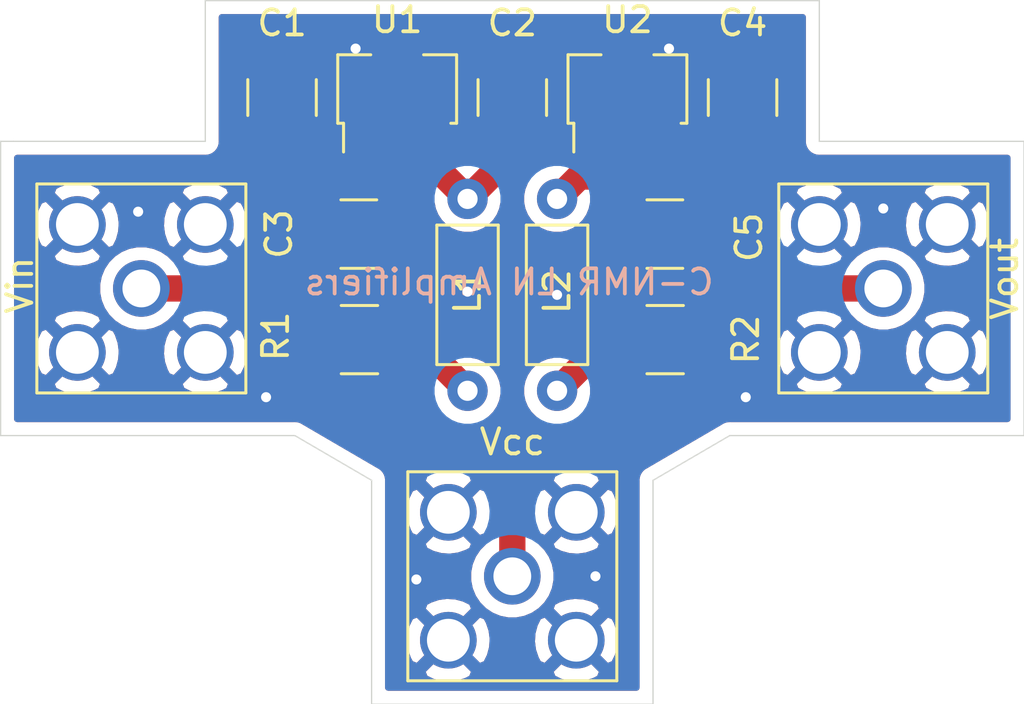
<source format=kicad_pcb>
(kicad_pcb (version 20171130) (host pcbnew "(5.1.7)-1")

  (general
    (thickness 1.6)
    (drawings 16)
    (tracks 46)
    (zones 0)
    (modules 14)
    (nets 11)
  )

  (page A4)
  (layers
    (0 F.Cu signal hide)
    (31 B.Cu signal hide)
    (32 B.Adhes user)
    (33 F.Adhes user)
    (34 B.Paste user)
    (35 F.Paste user)
    (36 B.SilkS user)
    (37 F.SilkS user)
    (38 B.Mask user)
    (39 F.Mask user)
    (40 Dwgs.User user)
    (41 Cmts.User user)
    (42 Eco1.User user)
    (43 Eco2.User user)
    (44 Edge.Cuts user)
    (45 Margin user)
    (46 B.CrtYd user)
    (47 F.CrtYd user)
    (48 B.Fab user)
    (49 F.Fab user)
  )

  (setup
    (last_trace_width 0.25)
    (user_trace_width 1.044)
    (trace_clearance 0.2)
    (zone_clearance 0.508)
    (zone_45_only no)
    (trace_min 0.2)
    (via_size 0.8)
    (via_drill 0.4)
    (via_min_size 0.4)
    (via_min_drill 0.3)
    (uvia_size 0.3)
    (uvia_drill 0.1)
    (uvias_allowed no)
    (uvia_min_size 0.2)
    (uvia_min_drill 0.1)
    (edge_width 0.05)
    (segment_width 0.2)
    (pcb_text_width 0.3)
    (pcb_text_size 1.5 1.5)
    (mod_edge_width 0.12)
    (mod_text_size 1 1)
    (mod_text_width 0.15)
    (pad_size 1.524 1.524)
    (pad_drill 0.762)
    (pad_to_mask_clearance 0)
    (aux_axis_origin 0 0)
    (visible_elements 7FFFFFFF)
    (pcbplotparams
      (layerselection 0x010fc_ffffffff)
      (usegerberextensions false)
      (usegerberattributes true)
      (usegerberadvancedattributes true)
      (creategerberjobfile true)
      (excludeedgelayer true)
      (linewidth 0.100000)
      (plotframeref false)
      (viasonmask false)
      (mode 1)
      (useauxorigin false)
      (hpglpennumber 1)
      (hpglpenspeed 20)
      (hpglpendiameter 15.000000)
      (psnegative false)
      (psa4output false)
      (plotreference true)
      (plotvalue true)
      (plotinvisibletext false)
      (padsonsilk false)
      (subtractmaskfromsilk false)
      (outputformat 1)
      (mirror false)
      (drillshape 1)
      (scaleselection 1)
      (outputdirectory ""))
  )

  (net 0 "")
  (net 1 "Net-(C1-Pad1)")
  (net 2 "Net-(C1-Pad2)")
  (net 3 "Net-(C2-Pad2)")
  (net 4 "Net-(C2-Pad1)")
  (net 5 GND)
  (net 6 "Net-(C3-Pad2)")
  (net 7 "Net-(C4-Pad2)")
  (net 8 "Net-(C4-Pad1)")
  (net 9 "Net-(L1-Pad1)")
  (net 10 "Net-(L2-Pad1)")

  (net_class Default "This is the default net class."
    (clearance 0.2)
    (trace_width 0.25)
    (via_dia 0.8)
    (via_drill 0.4)
    (uvia_dia 0.3)
    (uvia_drill 0.1)
    (add_net GND)
    (add_net "Net-(C1-Pad1)")
    (add_net "Net-(C1-Pad2)")
    (add_net "Net-(C2-Pad1)")
    (add_net "Net-(C2-Pad2)")
    (add_net "Net-(C3-Pad2)")
    (add_net "Net-(C4-Pad1)")
    (add_net "Net-(C4-Pad2)")
    (add_net "Net-(L1-Pad1)")
    (add_net "Net-(L2-Pad1)")
  )

  (module Connector_Coaxial:SMA_Amphenol_132203-12_Horizontal (layer F.Cu) (tedit 5CF42CD6) (tstamp 618C62CE)
    (at 128.524 112.014 90)
    (descr https://www.amphenolrf.com/media/downloads/1769/132203-12.pdf)
    (tags "SMA THT Female Jack Horizontal")
    (path /618BDE49)
    (fp_text reference Vin (at 0.127 -4.826 90) (layer F.SilkS)
      (effects (font (size 1 1) (thickness 0.15)))
    )
    (fp_text value Conn_Coaxial (at 0 5 90) (layer F.Fab)
      (effects (font (size 1 1) (thickness 0.15)))
    )
    (fp_line (start -3.175 -5.998) (end 3.175 -6.704) (layer F.Fab) (width 0.1))
    (fp_line (start -3.175 -6.704) (end 3.175 -7.41) (layer F.Fab) (width 0.1))
    (fp_line (start -3.175 -7.41) (end 3.175 -8.116) (layer F.Fab) (width 0.1))
    (fp_line (start -3.175 -8.116) (end 3.175 -8.822) (layer F.Fab) (width 0.1))
    (fp_line (start -3.175 -8.822) (end 3.175 -9.528) (layer F.Fab) (width 0.1))
    (fp_line (start -3.175 -9.528) (end 3.175 -10.234) (layer F.Fab) (width 0.1))
    (fp_line (start -3.175 -10.234) (end 3.175 -10.94) (layer F.Fab) (width 0.1))
    (fp_line (start -3.175 -10.94) (end 3.175 -11.646) (layer F.Fab) (width 0.1))
    (fp_line (start -3.175 -11.646) (end 3.175 -12.352) (layer F.Fab) (width 0.1))
    (fp_line (start -3.175 -12.352) (end 3.175 -13.058) (layer F.Fab) (width 0.1))
    (fp_line (start -3.175 -13.058) (end 3.175 -13.764) (layer F.Fab) (width 0.1))
    (fp_line (start -3.175 -13.764) (end 3.175 -14.47) (layer F.Fab) (width 0.1))
    (fp_line (start -3.175 -14.47) (end 3.175 -15.176) (layer F.Fab) (width 0.1))
    (fp_line (start -3.175 -15.176) (end 3.175 -15.882) (layer F.Fab) (width 0.1))
    (fp_line (start -3.175 -15.882) (end 3.175 -16.588) (layer F.Fab) (width 0.1))
    (fp_line (start -3.175 -16.588) (end 3.175 -17.294) (layer F.Fab) (width 0.1))
    (fp_line (start -3.175 -17.294) (end 3.175 -18) (layer F.Fab) (width 0.1))
    (fp_line (start 4.5 4.5) (end -4.5 4.5) (layer F.CrtYd) (width 0.05))
    (fp_line (start 4.5 4.5) (end 4.5 -20) (layer F.CrtYd) (width 0.05))
    (fp_line (start -4.5 -20) (end -4.5 4.5) (layer F.CrtYd) (width 0.05))
    (fp_line (start -4.5 -20) (end 4.5 -20) (layer F.CrtYd) (width 0.05))
    (fp_line (start -4 -4) (end -4 4) (layer F.Fab) (width 0.1))
    (fp_line (start -4 4) (end 4 4) (layer F.Fab) (width 0.1))
    (fp_line (start 4 -4) (end 4 4) (layer F.Fab) (width 0.1))
    (fp_line (start -4.15 -4.15) (end -4.15 4.15) (layer F.SilkS) (width 0.12))
    (fp_line (start 4.15 -4.15) (end 4.15 4.15) (layer F.SilkS) (width 0.12))
    (fp_line (start -4.15 4.15) (end 4.15 4.15) (layer F.SilkS) (width 0.12))
    (fp_line (start -4.15 -4.15) (end 4.15 -4.15) (layer F.SilkS) (width 0.12))
    (fp_line (start -3.175 -19.5) (end 3.175 -19.5) (layer F.Fab) (width 0.1))
    (fp_line (start -3.175 -19.5) (end -3.175 -5.07) (layer F.Fab) (width 0.1))
    (fp_line (start 3.175 -19.5) (end 3.175 -5.07) (layer F.Fab) (width 0.1))
    (fp_line (start 3.9 -4) (end 3.9 -5.07) (layer F.Fab) (width 0.1))
    (fp_line (start 3.9 -5.07) (end -3.9 -5.07) (layer F.Fab) (width 0.1))
    (fp_line (start -3.9 -5.07) (end -3.9 -4) (layer F.Fab) (width 0.1))
    (fp_line (start -4 -4) (end 4 -4) (layer F.Fab) (width 0.1))
    (fp_line (start -3.175 -18) (end 3.175 -18.706) (layer F.Fab) (width 0.1))
    (fp_text user %R (at 0 0 90) (layer F.Fab)
      (effects (font (size 1 1) (thickness 0.15)))
    )
    (pad 2 thru_hole circle (at -2.54 2.54 90) (size 2.25 2.25) (drill 1.7) (layers *.Cu *.Mask)
      (net 5 GND))
    (pad 2 thru_hole circle (at -2.54 -2.54 90) (size 2.25 2.25) (drill 1.7) (layers *.Cu *.Mask)
      (net 5 GND))
    (pad 2 thru_hole circle (at 2.54 -2.54 90) (size 2.25 2.25) (drill 1.7) (layers *.Cu *.Mask)
      (net 5 GND))
    (pad 2 thru_hole circle (at 2.54 2.54 180) (size 2.25 2.25) (drill 1.7) (layers *.Cu *.Mask)
      (net 5 GND))
    (pad 1 thru_hole circle (at 0 0 90) (size 2.25 2.25) (drill 1.5) (layers *.Cu *.Mask)
      (net 2 "Net-(C1-Pad2)"))
    (model ${KISYS3DMOD}/Connector_Coaxial.3dshapes/SMA_Amphenol_132203-12_Horizontal.wrl
      (at (xyz 0 0 0))
      (scale (xyz 1 1 1))
      (rotate (xyz 0 0 0))
    )
  )

  (module Connector_Coaxial:SMA_Amphenol_132203-12_Horizontal (layer F.Cu) (tedit 5CF42CD6) (tstamp 618C42C4)
    (at 143.256 123.444 180)
    (descr https://www.amphenolrf.com/media/downloads/1769/132203-12.pdf)
    (tags "SMA THT Female Jack Horizontal")
    (path /618E597F)
    (fp_text reference Vcc (at 0 5.334 180) (layer F.SilkS)
      (effects (font (size 1 1) (thickness 0.15)))
    )
    (fp_text value Conn_Coaxial (at 0 5) (layer F.Fab)
      (effects (font (size 1 1) (thickness 0.15)))
    )
    (fp_line (start -3.175 -5.998) (end 3.175 -6.704) (layer F.Fab) (width 0.1))
    (fp_line (start -3.175 -6.704) (end 3.175 -7.41) (layer F.Fab) (width 0.1))
    (fp_line (start -3.175 -7.41) (end 3.175 -8.116) (layer F.Fab) (width 0.1))
    (fp_line (start -3.175 -8.116) (end 3.175 -8.822) (layer F.Fab) (width 0.1))
    (fp_line (start -3.175 -8.822) (end 3.175 -9.528) (layer F.Fab) (width 0.1))
    (fp_line (start -3.175 -9.528) (end 3.175 -10.234) (layer F.Fab) (width 0.1))
    (fp_line (start -3.175 -10.234) (end 3.175 -10.94) (layer F.Fab) (width 0.1))
    (fp_line (start -3.175 -10.94) (end 3.175 -11.646) (layer F.Fab) (width 0.1))
    (fp_line (start -3.175 -11.646) (end 3.175 -12.352) (layer F.Fab) (width 0.1))
    (fp_line (start -3.175 -12.352) (end 3.175 -13.058) (layer F.Fab) (width 0.1))
    (fp_line (start -3.175 -13.058) (end 3.175 -13.764) (layer F.Fab) (width 0.1))
    (fp_line (start -3.175 -13.764) (end 3.175 -14.47) (layer F.Fab) (width 0.1))
    (fp_line (start -3.175 -14.47) (end 3.175 -15.176) (layer F.Fab) (width 0.1))
    (fp_line (start -3.175 -15.176) (end 3.175 -15.882) (layer F.Fab) (width 0.1))
    (fp_line (start -3.175 -15.882) (end 3.175 -16.588) (layer F.Fab) (width 0.1))
    (fp_line (start -3.175 -16.588) (end 3.175 -17.294) (layer F.Fab) (width 0.1))
    (fp_line (start -3.175 -17.294) (end 3.175 -18) (layer F.Fab) (width 0.1))
    (fp_line (start 4.5 4.5) (end -4.5 4.5) (layer F.CrtYd) (width 0.05))
    (fp_line (start 4.5 4.5) (end 4.5 -20) (layer F.CrtYd) (width 0.05))
    (fp_line (start -4.5 -20) (end -4.5 4.5) (layer F.CrtYd) (width 0.05))
    (fp_line (start -4.5 -20) (end 4.5 -20) (layer F.CrtYd) (width 0.05))
    (fp_line (start -4 -4) (end -4 4) (layer F.Fab) (width 0.1))
    (fp_line (start -4 4) (end 4 4) (layer F.Fab) (width 0.1))
    (fp_line (start 4 -4) (end 4 4) (layer F.Fab) (width 0.1))
    (fp_line (start -4.15 -4.15) (end -4.15 4.15) (layer F.SilkS) (width 0.12))
    (fp_line (start 4.15 -4.15) (end 4.15 4.15) (layer F.SilkS) (width 0.12))
    (fp_line (start -4.15 4.15) (end 4.15 4.15) (layer F.SilkS) (width 0.12))
    (fp_line (start -4.15 -4.15) (end 4.15 -4.15) (layer F.SilkS) (width 0.12))
    (fp_line (start -3.175 -19.5) (end 3.175 -19.5) (layer F.Fab) (width 0.1))
    (fp_line (start -3.175 -19.5) (end -3.175 -5.07) (layer F.Fab) (width 0.1))
    (fp_line (start 3.175 -19.5) (end 3.175 -5.07) (layer F.Fab) (width 0.1))
    (fp_line (start 3.9 -4) (end 3.9 -5.07) (layer F.Fab) (width 0.1))
    (fp_line (start 3.9 -5.07) (end -3.9 -5.07) (layer F.Fab) (width 0.1))
    (fp_line (start -3.9 -5.07) (end -3.9 -4) (layer F.Fab) (width 0.1))
    (fp_line (start -4 -4) (end 4 -4) (layer F.Fab) (width 0.1))
    (fp_line (start -3.175 -18) (end 3.175 -18.706) (layer F.Fab) (width 0.1))
    (fp_text user %R (at 0 0) (layer F.Fab)
      (effects (font (size 1 1) (thickness 0.15)))
    )
    (pad 2 thru_hole circle (at -2.54 2.54 180) (size 2.25 2.25) (drill 1.7) (layers *.Cu *.Mask)
      (net 5 GND))
    (pad 2 thru_hole circle (at -2.54 -2.54 180) (size 2.25 2.25) (drill 1.7) (layers *.Cu *.Mask)
      (net 5 GND))
    (pad 2 thru_hole circle (at 2.54 -2.54 180) (size 2.25 2.25) (drill 1.7) (layers *.Cu *.Mask)
      (net 5 GND))
    (pad 2 thru_hole circle (at 2.54 2.54 270) (size 2.25 2.25) (drill 1.7) (layers *.Cu *.Mask)
      (net 5 GND))
    (pad 1 thru_hole circle (at 0 0 180) (size 2.25 2.25) (drill 1.5) (layers *.Cu *.Mask)
      (net 6 "Net-(C3-Pad2)"))
    (model ${KISYS3DMOD}/Connector_Coaxial.3dshapes/SMA_Amphenol_132203-12_Horizontal.wrl
      (at (xyz 0 0 0))
      (scale (xyz 1 1 1))
      (rotate (xyz 0 0 0))
    )
  )

  (module Capacitor_SMD:C_1210_3225Metric_Pad1.33x2.70mm_HandSolder (layer F.Cu) (tedit 5F68FEEF) (tstamp 618C41D6)
    (at 134.112 104.4325 270)
    (descr "Capacitor SMD 1210 (3225 Metric), square (rectangular) end terminal, IPC_7351 nominal with elongated pad for handsoldering. (Body size source: IPC-SM-782 page 76, https://www.pcb-3d.com/wordpress/wp-content/uploads/ipc-sm-782a_amendment_1_and_2.pdf), generated with kicad-footprint-generator")
    (tags "capacitor handsolder")
    (path /618C21DA)
    (attr smd)
    (fp_text reference C1 (at -2.9595 0 180) (layer F.SilkS)
      (effects (font (size 1 1) (thickness 0.15)))
    )
    (fp_text value C (at 0 2.3 90) (layer F.Fab)
      (effects (font (size 1 1) (thickness 0.15)))
    )
    (fp_line (start 2.48 1.6) (end -2.48 1.6) (layer F.CrtYd) (width 0.05))
    (fp_line (start 2.48 -1.6) (end 2.48 1.6) (layer F.CrtYd) (width 0.05))
    (fp_line (start -2.48 -1.6) (end 2.48 -1.6) (layer F.CrtYd) (width 0.05))
    (fp_line (start -2.48 1.6) (end -2.48 -1.6) (layer F.CrtYd) (width 0.05))
    (fp_line (start -0.711252 1.36) (end 0.711252 1.36) (layer F.SilkS) (width 0.12))
    (fp_line (start -0.711252 -1.36) (end 0.711252 -1.36) (layer F.SilkS) (width 0.12))
    (fp_line (start 1.6 1.25) (end -1.6 1.25) (layer F.Fab) (width 0.1))
    (fp_line (start 1.6 -1.25) (end 1.6 1.25) (layer F.Fab) (width 0.1))
    (fp_line (start -1.6 -1.25) (end 1.6 -1.25) (layer F.Fab) (width 0.1))
    (fp_line (start -1.6 1.25) (end -1.6 -1.25) (layer F.Fab) (width 0.1))
    (fp_text user %R (at 0 0 90) (layer F.Fab)
      (effects (font (size 0.8 0.8) (thickness 0.12)))
    )
    (pad 1 smd roundrect (at -1.5625 0 270) (size 1.325 2.7) (layers F.Cu F.Paste F.Mask) (roundrect_rratio 0.188679)
      (net 1 "Net-(C1-Pad1)"))
    (pad 2 smd roundrect (at 1.5625 0 270) (size 1.325 2.7) (layers F.Cu F.Paste F.Mask) (roundrect_rratio 0.188679)
      (net 2 "Net-(C1-Pad2)"))
    (model ${KISYS3DMOD}/Capacitor_SMD.3dshapes/C_1210_3225Metric.wrl
      (at (xyz 0 0 0))
      (scale (xyz 1 1 1))
      (rotate (xyz 0 0 0))
    )
  )

  (module Capacitor_SMD:C_1210_3225Metric_Pad1.33x2.70mm_HandSolder (layer F.Cu) (tedit 5F68FEEF) (tstamp 618C41E7)
    (at 143.256 104.4325 270)
    (descr "Capacitor SMD 1210 (3225 Metric), square (rectangular) end terminal, IPC_7351 nominal with elongated pad for handsoldering. (Body size source: IPC-SM-782 page 76, https://www.pcb-3d.com/wordpress/wp-content/uploads/ipc-sm-782a_amendment_1_and_2.pdf), generated with kicad-footprint-generator")
    (tags "capacitor handsolder")
    (path /618C2854)
    (attr smd)
    (fp_text reference C2 (at -2.9595 0 180) (layer F.SilkS)
      (effects (font (size 1 1) (thickness 0.15)))
    )
    (fp_text value C (at 0 2.3 90) (layer F.Fab)
      (effects (font (size 1 1) (thickness 0.15)))
    )
    (fp_line (start -1.6 1.25) (end -1.6 -1.25) (layer F.Fab) (width 0.1))
    (fp_line (start -1.6 -1.25) (end 1.6 -1.25) (layer F.Fab) (width 0.1))
    (fp_line (start 1.6 -1.25) (end 1.6 1.25) (layer F.Fab) (width 0.1))
    (fp_line (start 1.6 1.25) (end -1.6 1.25) (layer F.Fab) (width 0.1))
    (fp_line (start -0.711252 -1.36) (end 0.711252 -1.36) (layer F.SilkS) (width 0.12))
    (fp_line (start -0.711252 1.36) (end 0.711252 1.36) (layer F.SilkS) (width 0.12))
    (fp_line (start -2.48 1.6) (end -2.48 -1.6) (layer F.CrtYd) (width 0.05))
    (fp_line (start -2.48 -1.6) (end 2.48 -1.6) (layer F.CrtYd) (width 0.05))
    (fp_line (start 2.48 -1.6) (end 2.48 1.6) (layer F.CrtYd) (width 0.05))
    (fp_line (start 2.48 1.6) (end -2.48 1.6) (layer F.CrtYd) (width 0.05))
    (fp_text user %R (at 0 0 90) (layer F.Fab)
      (effects (font (size 0.8 0.8) (thickness 0.12)))
    )
    (pad 2 smd roundrect (at 1.5625 0 270) (size 1.325 2.7) (layers F.Cu F.Paste F.Mask) (roundrect_rratio 0.188679)
      (net 3 "Net-(C2-Pad2)"))
    (pad 1 smd roundrect (at -1.5625 0 270) (size 1.325 2.7) (layers F.Cu F.Paste F.Mask) (roundrect_rratio 0.188679)
      (net 4 "Net-(C2-Pad1)"))
    (model ${KISYS3DMOD}/Capacitor_SMD.3dshapes/C_1210_3225Metric.wrl
      (at (xyz 0 0 0))
      (scale (xyz 1 1 1))
      (rotate (xyz 0 0 0))
    )
  )

  (module Capacitor_SMD:C_1210_3225Metric_Pad1.33x2.70mm_HandSolder (layer F.Cu) (tedit 5F68FEEF) (tstamp 618C41F8)
    (at 137.16 109.855 180)
    (descr "Capacitor SMD 1210 (3225 Metric), square (rectangular) end terminal, IPC_7351 nominal with elongated pad for handsoldering. (Body size source: IPC-SM-782 page 76, https://www.pcb-3d.com/wordpress/wp-content/uploads/ipc-sm-782a_amendment_1_and_2.pdf), generated with kicad-footprint-generator")
    (tags "capacitor handsolder")
    (path /618C2E4F)
    (attr smd)
    (fp_text reference C3 (at 3.175 0 90) (layer F.SilkS)
      (effects (font (size 1 1) (thickness 0.15)))
    )
    (fp_text value C (at 0 2.3) (layer F.Fab)
      (effects (font (size 1 1) (thickness 0.15)))
    )
    (fp_line (start 2.48 1.6) (end -2.48 1.6) (layer F.CrtYd) (width 0.05))
    (fp_line (start 2.48 -1.6) (end 2.48 1.6) (layer F.CrtYd) (width 0.05))
    (fp_line (start -2.48 -1.6) (end 2.48 -1.6) (layer F.CrtYd) (width 0.05))
    (fp_line (start -2.48 1.6) (end -2.48 -1.6) (layer F.CrtYd) (width 0.05))
    (fp_line (start -0.711252 1.36) (end 0.711252 1.36) (layer F.SilkS) (width 0.12))
    (fp_line (start -0.711252 -1.36) (end 0.711252 -1.36) (layer F.SilkS) (width 0.12))
    (fp_line (start 1.6 1.25) (end -1.6 1.25) (layer F.Fab) (width 0.1))
    (fp_line (start 1.6 -1.25) (end 1.6 1.25) (layer F.Fab) (width 0.1))
    (fp_line (start -1.6 -1.25) (end 1.6 -1.25) (layer F.Fab) (width 0.1))
    (fp_line (start -1.6 1.25) (end -1.6 -1.25) (layer F.Fab) (width 0.1))
    (fp_text user %R (at 0 0) (layer F.Fab)
      (effects (font (size 0.8 0.8) (thickness 0.12)))
    )
    (pad 1 smd roundrect (at -1.5625 0 180) (size 1.325 2.7) (layers F.Cu F.Paste F.Mask) (roundrect_rratio 0.188679)
      (net 5 GND))
    (pad 2 smd roundrect (at 1.5625 0 180) (size 1.325 2.7) (layers F.Cu F.Paste F.Mask) (roundrect_rratio 0.188679)
      (net 6 "Net-(C3-Pad2)"))
    (model ${KISYS3DMOD}/Capacitor_SMD.3dshapes/C_1210_3225Metric.wrl
      (at (xyz 0 0 0))
      (scale (xyz 1 1 1))
      (rotate (xyz 0 0 0))
    )
  )

  (module Capacitor_SMD:C_1210_3225Metric_Pad1.33x2.70mm_HandSolder (layer F.Cu) (tedit 5F68FEEF) (tstamp 618C4209)
    (at 152.4 104.4325 90)
    (descr "Capacitor SMD 1210 (3225 Metric), square (rectangular) end terminal, IPC_7351 nominal with elongated pad for handsoldering. (Body size source: IPC-SM-782 page 76, https://www.pcb-3d.com/wordpress/wp-content/uploads/ipc-sm-782a_amendment_1_and_2.pdf), generated with kicad-footprint-generator")
    (tags "capacitor handsolder")
    (path /618D4DB7)
    (attr smd)
    (fp_text reference C4 (at 2.9595 0 180) (layer F.SilkS)
      (effects (font (size 1 1) (thickness 0.15)))
    )
    (fp_text value C (at 0 2.3 90) (layer F.Fab)
      (effects (font (size 1 1) (thickness 0.15)))
    )
    (fp_line (start -1.6 1.25) (end -1.6 -1.25) (layer F.Fab) (width 0.1))
    (fp_line (start -1.6 -1.25) (end 1.6 -1.25) (layer F.Fab) (width 0.1))
    (fp_line (start 1.6 -1.25) (end 1.6 1.25) (layer F.Fab) (width 0.1))
    (fp_line (start 1.6 1.25) (end -1.6 1.25) (layer F.Fab) (width 0.1))
    (fp_line (start -0.711252 -1.36) (end 0.711252 -1.36) (layer F.SilkS) (width 0.12))
    (fp_line (start -0.711252 1.36) (end 0.711252 1.36) (layer F.SilkS) (width 0.12))
    (fp_line (start -2.48 1.6) (end -2.48 -1.6) (layer F.CrtYd) (width 0.05))
    (fp_line (start -2.48 -1.6) (end 2.48 -1.6) (layer F.CrtYd) (width 0.05))
    (fp_line (start 2.48 -1.6) (end 2.48 1.6) (layer F.CrtYd) (width 0.05))
    (fp_line (start 2.48 1.6) (end -2.48 1.6) (layer F.CrtYd) (width 0.05))
    (fp_text user %R (at 0 0 90) (layer F.Fab)
      (effects (font (size 0.8 0.8) (thickness 0.12)))
    )
    (pad 2 smd roundrect (at 1.5625 0 90) (size 1.325 2.7) (layers F.Cu F.Paste F.Mask) (roundrect_rratio 0.188679)
      (net 7 "Net-(C4-Pad2)"))
    (pad 1 smd roundrect (at -1.5625 0 90) (size 1.325 2.7) (layers F.Cu F.Paste F.Mask) (roundrect_rratio 0.188679)
      (net 8 "Net-(C4-Pad1)"))
    (model ${KISYS3DMOD}/Capacitor_SMD.3dshapes/C_1210_3225Metric.wrl
      (at (xyz 0 0 0))
      (scale (xyz 1 1 1))
      (rotate (xyz 0 0 0))
    )
  )

  (module Capacitor_SMD:C_1210_3225Metric_Pad1.33x2.70mm_HandSolder (layer F.Cu) (tedit 5F68FEEF) (tstamp 618C421A)
    (at 149.3135 109.855)
    (descr "Capacitor SMD 1210 (3225 Metric), square (rectangular) end terminal, IPC_7351 nominal with elongated pad for handsoldering. (Body size source: IPC-SM-782 page 76, https://www.pcb-3d.com/wordpress/wp-content/uploads/ipc-sm-782a_amendment_1_and_2.pdf), generated with kicad-footprint-generator")
    (tags "capacitor handsolder")
    (path /618D4DC1)
    (attr smd)
    (fp_text reference C5 (at 3.3405 0.127 90) (layer F.SilkS)
      (effects (font (size 1 1) (thickness 0.15)))
    )
    (fp_text value C (at 0 2.3) (layer F.Fab)
      (effects (font (size 1 1) (thickness 0.15)))
    )
    (fp_line (start 2.48 1.6) (end -2.48 1.6) (layer F.CrtYd) (width 0.05))
    (fp_line (start 2.48 -1.6) (end 2.48 1.6) (layer F.CrtYd) (width 0.05))
    (fp_line (start -2.48 -1.6) (end 2.48 -1.6) (layer F.CrtYd) (width 0.05))
    (fp_line (start -2.48 1.6) (end -2.48 -1.6) (layer F.CrtYd) (width 0.05))
    (fp_line (start -0.711252 1.36) (end 0.711252 1.36) (layer F.SilkS) (width 0.12))
    (fp_line (start -0.711252 -1.36) (end 0.711252 -1.36) (layer F.SilkS) (width 0.12))
    (fp_line (start 1.6 1.25) (end -1.6 1.25) (layer F.Fab) (width 0.1))
    (fp_line (start 1.6 -1.25) (end 1.6 1.25) (layer F.Fab) (width 0.1))
    (fp_line (start -1.6 -1.25) (end 1.6 -1.25) (layer F.Fab) (width 0.1))
    (fp_line (start -1.6 1.25) (end -1.6 -1.25) (layer F.Fab) (width 0.1))
    (fp_text user %R (at 0 0) (layer F.Fab)
      (effects (font (size 0.8 0.8) (thickness 0.12)))
    )
    (pad 1 smd roundrect (at -1.5625 0) (size 1.325 2.7) (layers F.Cu F.Paste F.Mask) (roundrect_rratio 0.188679)
      (net 5 GND))
    (pad 2 smd roundrect (at 1.5625 0) (size 1.325 2.7) (layers F.Cu F.Paste F.Mask) (roundrect_rratio 0.188679)
      (net 6 "Net-(C3-Pad2)"))
    (model ${KISYS3DMOD}/Capacitor_SMD.3dshapes/C_1210_3225Metric.wrl
      (at (xyz 0 0 0))
      (scale (xyz 1 1 1))
      (rotate (xyz 0 0 0))
    )
  )

  (module Inductor_THT:L_Axial_L5.3mm_D2.2mm_P7.62mm_Horizontal_Vishay_IM-1 (layer F.Cu) (tedit 5AE59B05) (tstamp 618C422F)
    (at 141.478 116.078 90)
    (descr "Inductor, Axial series, Axial, Horizontal, pin pitch=7.62mm, , length*diameter=5.3*2.2mm^2, Vishay, IM-1, http://www.vishay.com/docs/34030/im.pdf")
    (tags "Inductor Axial series Axial Horizontal pin pitch 7.62mm  length 5.3mm diameter 2.2mm Vishay IM-1")
    (path /618C3B4C)
    (fp_text reference L1 (at 3.937 0 90) (layer F.SilkS)
      (effects (font (size 1 1) (thickness 0.15)))
    )
    (fp_text value INDUCTOR (at 3.81 2.22 90) (layer F.Fab)
      (effects (font (size 1 1) (thickness 0.15)))
    )
    (fp_line (start 8.67 -1.35) (end -1.05 -1.35) (layer F.CrtYd) (width 0.05))
    (fp_line (start 8.67 1.35) (end 8.67 -1.35) (layer F.CrtYd) (width 0.05))
    (fp_line (start -1.05 1.35) (end 8.67 1.35) (layer F.CrtYd) (width 0.05))
    (fp_line (start -1.05 -1.35) (end -1.05 1.35) (layer F.CrtYd) (width 0.05))
    (fp_line (start 6.58 -1.22) (end 1.04 -1.22) (layer F.SilkS) (width 0.12))
    (fp_line (start 6.58 1.22) (end 6.58 -1.22) (layer F.SilkS) (width 0.12))
    (fp_line (start 1.04 1.22) (end 6.58 1.22) (layer F.SilkS) (width 0.12))
    (fp_line (start 1.04 -1.22) (end 1.04 1.22) (layer F.SilkS) (width 0.12))
    (fp_line (start 7.62 0) (end 6.46 0) (layer F.Fab) (width 0.1))
    (fp_line (start 0 0) (end 1.16 0) (layer F.Fab) (width 0.1))
    (fp_line (start 6.46 -1.1) (end 1.16 -1.1) (layer F.Fab) (width 0.1))
    (fp_line (start 6.46 1.1) (end 6.46 -1.1) (layer F.Fab) (width 0.1))
    (fp_line (start 1.16 1.1) (end 6.46 1.1) (layer F.Fab) (width 0.1))
    (fp_line (start 1.16 -1.1) (end 1.16 1.1) (layer F.Fab) (width 0.1))
    (fp_text user %R (at 3.81 0 90) (layer F.Fab)
      (effects (font (size 1 1) (thickness 0.15)))
    )
    (pad 1 thru_hole circle (at 0 0 90) (size 1.6 1.6) (drill 0.8) (layers *.Cu *.Mask)
      (net 9 "Net-(L1-Pad1)"))
    (pad 2 thru_hole oval (at 7.62 0 90) (size 1.6 1.6) (drill 0.8) (layers *.Cu *.Mask)
      (net 3 "Net-(C2-Pad2)"))
    (model ${KISYS3DMOD}/Inductor_THT.3dshapes/L_Axial_L5.3mm_D2.2mm_P7.62mm_Horizontal_Vishay_IM-1.wrl
      (at (xyz 0 0 0))
      (scale (xyz 1 1 1))
      (rotate (xyz 0 0 0))
    )
  )

  (module Inductor_THT:L_Axial_L5.3mm_D2.2mm_P7.62mm_Horizontal_Vishay_IM-1 (layer F.Cu) (tedit 5AE59B05) (tstamp 618C4244)
    (at 145.034 116.078 90)
    (descr "Inductor, Axial series, Axial, Horizontal, pin pitch=7.62mm, , length*diameter=5.3*2.2mm^2, Vishay, IM-1, http://www.vishay.com/docs/34030/im.pdf")
    (tags "Inductor Axial series Axial Horizontal pin pitch 7.62mm  length 5.3mm diameter 2.2mm Vishay IM-1")
    (path /618D4DCB)
    (fp_text reference L2 (at 3.937 0 90) (layer F.SilkS)
      (effects (font (size 1 1) (thickness 0.15)))
    )
    (fp_text value INDUCTOR (at 3.81 2.22 90) (layer F.Fab)
      (effects (font (size 1 1) (thickness 0.15)))
    )
    (fp_line (start 1.16 -1.1) (end 1.16 1.1) (layer F.Fab) (width 0.1))
    (fp_line (start 1.16 1.1) (end 6.46 1.1) (layer F.Fab) (width 0.1))
    (fp_line (start 6.46 1.1) (end 6.46 -1.1) (layer F.Fab) (width 0.1))
    (fp_line (start 6.46 -1.1) (end 1.16 -1.1) (layer F.Fab) (width 0.1))
    (fp_line (start 0 0) (end 1.16 0) (layer F.Fab) (width 0.1))
    (fp_line (start 7.62 0) (end 6.46 0) (layer F.Fab) (width 0.1))
    (fp_line (start 1.04 -1.22) (end 1.04 1.22) (layer F.SilkS) (width 0.12))
    (fp_line (start 1.04 1.22) (end 6.58 1.22) (layer F.SilkS) (width 0.12))
    (fp_line (start 6.58 1.22) (end 6.58 -1.22) (layer F.SilkS) (width 0.12))
    (fp_line (start 6.58 -1.22) (end 1.04 -1.22) (layer F.SilkS) (width 0.12))
    (fp_line (start -1.05 -1.35) (end -1.05 1.35) (layer F.CrtYd) (width 0.05))
    (fp_line (start -1.05 1.35) (end 8.67 1.35) (layer F.CrtYd) (width 0.05))
    (fp_line (start 8.67 1.35) (end 8.67 -1.35) (layer F.CrtYd) (width 0.05))
    (fp_line (start 8.67 -1.35) (end -1.05 -1.35) (layer F.CrtYd) (width 0.05))
    (fp_text user %R (at 3.81 0 90) (layer F.Fab)
      (effects (font (size 1 1) (thickness 0.15)))
    )
    (pad 2 thru_hole oval (at 7.62 0 90) (size 1.6 1.6) (drill 0.8) (layers *.Cu *.Mask)
      (net 7 "Net-(C4-Pad2)"))
    (pad 1 thru_hole circle (at 0 0 90) (size 1.6 1.6) (drill 0.8) (layers *.Cu *.Mask)
      (net 10 "Net-(L2-Pad1)"))
    (model ${KISYS3DMOD}/Inductor_THT.3dshapes/L_Axial_L5.3mm_D2.2mm_P7.62mm_Horizontal_Vishay_IM-1.wrl
      (at (xyz 0 0 0))
      (scale (xyz 1 1 1))
      (rotate (xyz 0 0 0))
    )
  )

  (module Resistor_SMD:R_1210_3225Metric_Pad1.30x2.65mm_HandSolder (layer F.Cu) (tedit 5F68FEEE) (tstamp 618C4255)
    (at 137.186 114.046)
    (descr "Resistor SMD 1210 (3225 Metric), square (rectangular) end terminal, IPC_7351 nominal with elongated pad for handsoldering. (Body size source: IPC-SM-782 page 72, https://www.pcb-3d.com/wordpress/wp-content/uploads/ipc-sm-782a_amendment_1_and_2.pdf), generated with kicad-footprint-generator")
    (tags "resistor handsolder")
    (path /618C4921)
    (attr smd)
    (fp_text reference R1 (at -3.328 -0.127 90) (layer F.SilkS)
      (effects (font (size 1 1) (thickness 0.15)))
    )
    (fp_text value R (at 0 2.28) (layer F.Fab)
      (effects (font (size 1 1) (thickness 0.15)))
    )
    (fp_line (start 2.45 1.58) (end -2.45 1.58) (layer F.CrtYd) (width 0.05))
    (fp_line (start 2.45 -1.58) (end 2.45 1.58) (layer F.CrtYd) (width 0.05))
    (fp_line (start -2.45 -1.58) (end 2.45 -1.58) (layer F.CrtYd) (width 0.05))
    (fp_line (start -2.45 1.58) (end -2.45 -1.58) (layer F.CrtYd) (width 0.05))
    (fp_line (start -0.723737 1.355) (end 0.723737 1.355) (layer F.SilkS) (width 0.12))
    (fp_line (start -0.723737 -1.355) (end 0.723737 -1.355) (layer F.SilkS) (width 0.12))
    (fp_line (start 1.6 1.245) (end -1.6 1.245) (layer F.Fab) (width 0.1))
    (fp_line (start 1.6 -1.245) (end 1.6 1.245) (layer F.Fab) (width 0.1))
    (fp_line (start -1.6 -1.245) (end 1.6 -1.245) (layer F.Fab) (width 0.1))
    (fp_line (start -1.6 1.245) (end -1.6 -1.245) (layer F.Fab) (width 0.1))
    (fp_text user %R (at 0 0) (layer F.Fab)
      (effects (font (size 0.8 0.8) (thickness 0.12)))
    )
    (pad 1 smd roundrect (at -1.55 0) (size 1.3 2.65) (layers F.Cu F.Paste F.Mask) (roundrect_rratio 0.192308)
      (net 6 "Net-(C3-Pad2)"))
    (pad 2 smd roundrect (at 1.55 0) (size 1.3 2.65) (layers F.Cu F.Paste F.Mask) (roundrect_rratio 0.192308)
      (net 9 "Net-(L1-Pad1)"))
    (model ${KISYS3DMOD}/Resistor_SMD.3dshapes/R_1210_3225Metric.wrl
      (at (xyz 0 0 0))
      (scale (xyz 1 1 1))
      (rotate (xyz 0 0 0))
    )
  )

  (module Resistor_SMD:R_1210_3225Metric_Pad1.30x2.65mm_HandSolder (layer F.Cu) (tedit 5F68FEEE) (tstamp 618C4266)
    (at 149.326 114.046 180)
    (descr "Resistor SMD 1210 (3225 Metric), square (rectangular) end terminal, IPC_7351 nominal with elongated pad for handsoldering. (Body size source: IPC-SM-782 page 72, https://www.pcb-3d.com/wordpress/wp-content/uploads/ipc-sm-782a_amendment_1_and_2.pdf), generated with kicad-footprint-generator")
    (tags "resistor handsolder")
    (path /618D4DD5)
    (attr smd)
    (fp_text reference R2 (at -3.201 0 90) (layer F.SilkS)
      (effects (font (size 1 1) (thickness 0.15)))
    )
    (fp_text value R (at 0 2.28) (layer F.Fab)
      (effects (font (size 1 1) (thickness 0.15)))
    )
    (fp_line (start -1.6 1.245) (end -1.6 -1.245) (layer F.Fab) (width 0.1))
    (fp_line (start -1.6 -1.245) (end 1.6 -1.245) (layer F.Fab) (width 0.1))
    (fp_line (start 1.6 -1.245) (end 1.6 1.245) (layer F.Fab) (width 0.1))
    (fp_line (start 1.6 1.245) (end -1.6 1.245) (layer F.Fab) (width 0.1))
    (fp_line (start -0.723737 -1.355) (end 0.723737 -1.355) (layer F.SilkS) (width 0.12))
    (fp_line (start -0.723737 1.355) (end 0.723737 1.355) (layer F.SilkS) (width 0.12))
    (fp_line (start -2.45 1.58) (end -2.45 -1.58) (layer F.CrtYd) (width 0.05))
    (fp_line (start -2.45 -1.58) (end 2.45 -1.58) (layer F.CrtYd) (width 0.05))
    (fp_line (start 2.45 -1.58) (end 2.45 1.58) (layer F.CrtYd) (width 0.05))
    (fp_line (start 2.45 1.58) (end -2.45 1.58) (layer F.CrtYd) (width 0.05))
    (fp_text user %R (at 0 0) (layer F.Fab)
      (effects (font (size 0.8 0.8) (thickness 0.12)))
    )
    (pad 2 smd roundrect (at 1.55 0 180) (size 1.3 2.65) (layers F.Cu F.Paste F.Mask) (roundrect_rratio 0.192308)
      (net 10 "Net-(L2-Pad1)"))
    (pad 1 smd roundrect (at -1.55 0 180) (size 1.3 2.65) (layers F.Cu F.Paste F.Mask) (roundrect_rratio 0.192308)
      (net 6 "Net-(C3-Pad2)"))
    (model ${KISYS3DMOD}/Resistor_SMD.3dshapes/R_1210_3225Metric.wrl
      (at (xyz 0 0 0))
      (scale (xyz 1 1 1))
      (rotate (xyz 0 0 0))
    )
  )

  (module Package_TO_SOT_SMD:SOT-89-3 (layer F.Cu) (tedit 5C33D6E8) (tstamp 618C427E)
    (at 138.684 104.394 90)
    (descr "SOT-89-3, http://ww1.microchip.com/downloads/en/DeviceDoc/3L_SOT-89_MB_C04-029C.pdf")
    (tags SOT-89-3)
    (path /618BF69B)
    (attr smd)
    (fp_text reference U1 (at 3.048 0 180) (layer F.SilkS)
      (effects (font (size 1 1) (thickness 0.15)))
    )
    (fp_text value GALI-S66 (at 0.3 3.5 90) (layer F.Fab)
      (effects (font (size 1 1) (thickness 0.15)))
    )
    (fp_line (start -1.06 2.36) (end -1.06 2.13) (layer F.SilkS) (width 0.12))
    (fp_line (start -1.06 -2.36) (end -1.06 -2.13) (layer F.SilkS) (width 0.12))
    (fp_line (start -1.06 -2.36) (end 1.66 -2.36) (layer F.SilkS) (width 0.12))
    (fp_line (start -2.55 2.5) (end -2.55 -2.5) (layer F.CrtYd) (width 0.05))
    (fp_line (start -2.55 2.5) (end 2.55 2.5) (layer F.CrtYd) (width 0.05))
    (fp_line (start 2.55 -2.5) (end -2.55 -2.5) (layer F.CrtYd) (width 0.05))
    (fp_line (start 2.55 -2.5) (end 2.55 2.5) (layer F.CrtYd) (width 0.05))
    (fp_line (start 0.05 -2.25) (end 1.55 -2.25) (layer F.Fab) (width 0.1))
    (fp_line (start -0.95 2.25) (end -0.95 -1.25) (layer F.Fab) (width 0.1))
    (fp_line (start 1.55 2.25) (end -0.95 2.25) (layer F.Fab) (width 0.1))
    (fp_line (start 1.55 -2.25) (end 1.55 2.25) (layer F.Fab) (width 0.1))
    (fp_line (start -0.95 -1.25) (end 0.05 -2.25) (layer F.Fab) (width 0.1))
    (fp_line (start 1.66 -2.36) (end 1.66 -1.05) (layer F.SilkS) (width 0.12))
    (fp_line (start -2.2 -2.13) (end -1.06 -2.13) (layer F.SilkS) (width 0.12))
    (fp_line (start 1.66 2.36) (end -1.06 2.36) (layer F.SilkS) (width 0.12))
    (fp_line (start 1.66 1.05) (end 1.66 2.36) (layer F.SilkS) (width 0.12))
    (fp_text user %R (at 0.5 0) (layer F.Fab)
      (effects (font (size 1 1) (thickness 0.15)))
    )
    (pad 1 smd rect (at -1.65 -1.5 90) (size 1.3 0.9) (layers F.Cu F.Paste F.Mask)
      (net 1 "Net-(C1-Pad1)"))
    (pad 3 smd rect (at -1.65 1.5 90) (size 1.3 0.9) (layers F.Cu F.Paste F.Mask)
      (net 3 "Net-(C2-Pad2)"))
    (pad 2 smd custom (at -1.5625 0 90) (size 1.475 0.9) (layers F.Cu F.Paste F.Mask)
      (net 5 GND) (zone_connect 2)
      (options (clearance outline) (anchor rect))
      (primitives
        (gr_poly (pts
           (xy 0.7375 -0.8665) (xy 3.8625 -0.8665) (xy 3.8625 0.8665) (xy 0.7375 0.8665)) (width 0))
      ))
    (model ${KISYS3DMOD}/Package_TO_SOT_SMD.3dshapes/SOT-89-3.wrl
      (at (xyz 0 0 0))
      (scale (xyz 1 1 1))
      (rotate (xyz 0 0 0))
    )
  )

  (module Package_TO_SOT_SMD:SOT-89-3 (layer F.Cu) (tedit 5C33D6E8) (tstamp 618C4296)
    (at 147.828 104.394 90)
    (descr "SOT-89-3, http://ww1.microchip.com/downloads/en/DeviceDoc/3L_SOT-89_MB_C04-029C.pdf")
    (tags SOT-89-3)
    (path /618D4DA3)
    (attr smd)
    (fp_text reference U2 (at 3.048 0 180) (layer F.SilkS)
      (effects (font (size 1 1) (thickness 0.15)))
    )
    (fp_text value GALI-S66 (at 0.3 3.5 90) (layer F.Fab)
      (effects (font (size 1 1) (thickness 0.15)))
    )
    (fp_line (start 1.66 1.05) (end 1.66 2.36) (layer F.SilkS) (width 0.12))
    (fp_line (start 1.66 2.36) (end -1.06 2.36) (layer F.SilkS) (width 0.12))
    (fp_line (start -2.2 -2.13) (end -1.06 -2.13) (layer F.SilkS) (width 0.12))
    (fp_line (start 1.66 -2.36) (end 1.66 -1.05) (layer F.SilkS) (width 0.12))
    (fp_line (start -0.95 -1.25) (end 0.05 -2.25) (layer F.Fab) (width 0.1))
    (fp_line (start 1.55 -2.25) (end 1.55 2.25) (layer F.Fab) (width 0.1))
    (fp_line (start 1.55 2.25) (end -0.95 2.25) (layer F.Fab) (width 0.1))
    (fp_line (start -0.95 2.25) (end -0.95 -1.25) (layer F.Fab) (width 0.1))
    (fp_line (start 0.05 -2.25) (end 1.55 -2.25) (layer F.Fab) (width 0.1))
    (fp_line (start 2.55 -2.5) (end 2.55 2.5) (layer F.CrtYd) (width 0.05))
    (fp_line (start 2.55 -2.5) (end -2.55 -2.5) (layer F.CrtYd) (width 0.05))
    (fp_line (start -2.55 2.5) (end 2.55 2.5) (layer F.CrtYd) (width 0.05))
    (fp_line (start -2.55 2.5) (end -2.55 -2.5) (layer F.CrtYd) (width 0.05))
    (fp_line (start -1.06 -2.36) (end 1.66 -2.36) (layer F.SilkS) (width 0.12))
    (fp_line (start -1.06 -2.36) (end -1.06 -2.13) (layer F.SilkS) (width 0.12))
    (fp_line (start -1.06 2.36) (end -1.06 2.13) (layer F.SilkS) (width 0.12))
    (fp_text user %R (at 0.5 0) (layer F.Fab)
      (effects (font (size 1 1) (thickness 0.15)))
    )
    (pad 2 smd custom (at -1.5625 0 90) (size 1.475 0.9) (layers F.Cu F.Paste F.Mask)
      (net 5 GND) (zone_connect 2)
      (options (clearance outline) (anchor rect))
      (primitives
        (gr_poly (pts
           (xy 0.7375 -0.8665) (xy 3.8625 -0.8665) (xy 3.8625 0.8665) (xy 0.7375 0.8665)) (width 0))
      ))
    (pad 3 smd rect (at -1.65 1.5 90) (size 1.3 0.9) (layers F.Cu F.Paste F.Mask)
      (net 7 "Net-(C4-Pad2)"))
    (pad 1 smd rect (at -1.65 -1.5 90) (size 1.3 0.9) (layers F.Cu F.Paste F.Mask)
      (net 4 "Net-(C2-Pad1)"))
    (model ${KISYS3DMOD}/Package_TO_SOT_SMD.3dshapes/SOT-89-3.wrl
      (at (xyz 0 0 0))
      (scale (xyz 1 1 1))
      (rotate (xyz 0 0 0))
    )
  )

  (module Connector_Coaxial:SMA_Amphenol_132203-12_Horizontal (layer F.Cu) (tedit 5CF42CD6) (tstamp 618C4320)
    (at 157.988 112.014 270)
    (descr https://www.amphenolrf.com/media/downloads/1769/132203-12.pdf)
    (tags "SMA THT Female Jack Horizontal")
    (path /618C5CFA)
    (fp_text reference Vout (at -0.381 -4.826 90) (layer F.SilkS)
      (effects (font (size 1 1) (thickness 0.15)))
    )
    (fp_text value Conn_Coaxial (at 0 5 90) (layer F.Fab)
      (effects (font (size 1 1) (thickness 0.15)))
    )
    (fp_line (start -3.175 -18) (end 3.175 -18.706) (layer F.Fab) (width 0.1))
    (fp_line (start -4 -4) (end 4 -4) (layer F.Fab) (width 0.1))
    (fp_line (start -3.9 -5.07) (end -3.9 -4) (layer F.Fab) (width 0.1))
    (fp_line (start 3.9 -5.07) (end -3.9 -5.07) (layer F.Fab) (width 0.1))
    (fp_line (start 3.9 -4) (end 3.9 -5.07) (layer F.Fab) (width 0.1))
    (fp_line (start 3.175 -19.5) (end 3.175 -5.07) (layer F.Fab) (width 0.1))
    (fp_line (start -3.175 -19.5) (end -3.175 -5.07) (layer F.Fab) (width 0.1))
    (fp_line (start -3.175 -19.5) (end 3.175 -19.5) (layer F.Fab) (width 0.1))
    (fp_line (start -4.15 -4.15) (end 4.15 -4.15) (layer F.SilkS) (width 0.12))
    (fp_line (start -4.15 4.15) (end 4.15 4.15) (layer F.SilkS) (width 0.12))
    (fp_line (start 4.15 -4.15) (end 4.15 4.15) (layer F.SilkS) (width 0.12))
    (fp_line (start -4.15 -4.15) (end -4.15 4.15) (layer F.SilkS) (width 0.12))
    (fp_line (start 4 -4) (end 4 4) (layer F.Fab) (width 0.1))
    (fp_line (start -4 4) (end 4 4) (layer F.Fab) (width 0.1))
    (fp_line (start -4 -4) (end -4 4) (layer F.Fab) (width 0.1))
    (fp_line (start -4.5 -20) (end 4.5 -20) (layer F.CrtYd) (width 0.05))
    (fp_line (start -4.5 -20) (end -4.5 4.5) (layer F.CrtYd) (width 0.05))
    (fp_line (start 4.5 4.5) (end 4.5 -20) (layer F.CrtYd) (width 0.05))
    (fp_line (start 4.5 4.5) (end -4.5 4.5) (layer F.CrtYd) (width 0.05))
    (fp_line (start -3.175 -17.294) (end 3.175 -18) (layer F.Fab) (width 0.1))
    (fp_line (start -3.175 -16.588) (end 3.175 -17.294) (layer F.Fab) (width 0.1))
    (fp_line (start -3.175 -15.882) (end 3.175 -16.588) (layer F.Fab) (width 0.1))
    (fp_line (start -3.175 -15.176) (end 3.175 -15.882) (layer F.Fab) (width 0.1))
    (fp_line (start -3.175 -14.47) (end 3.175 -15.176) (layer F.Fab) (width 0.1))
    (fp_line (start -3.175 -13.764) (end 3.175 -14.47) (layer F.Fab) (width 0.1))
    (fp_line (start -3.175 -13.058) (end 3.175 -13.764) (layer F.Fab) (width 0.1))
    (fp_line (start -3.175 -12.352) (end 3.175 -13.058) (layer F.Fab) (width 0.1))
    (fp_line (start -3.175 -11.646) (end 3.175 -12.352) (layer F.Fab) (width 0.1))
    (fp_line (start -3.175 -10.94) (end 3.175 -11.646) (layer F.Fab) (width 0.1))
    (fp_line (start -3.175 -10.234) (end 3.175 -10.94) (layer F.Fab) (width 0.1))
    (fp_line (start -3.175 -9.528) (end 3.175 -10.234) (layer F.Fab) (width 0.1))
    (fp_line (start -3.175 -8.822) (end 3.175 -9.528) (layer F.Fab) (width 0.1))
    (fp_line (start -3.175 -8.116) (end 3.175 -8.822) (layer F.Fab) (width 0.1))
    (fp_line (start -3.175 -7.41) (end 3.175 -8.116) (layer F.Fab) (width 0.1))
    (fp_line (start -3.175 -6.704) (end 3.175 -7.41) (layer F.Fab) (width 0.1))
    (fp_line (start -3.175 -5.998) (end 3.175 -6.704) (layer F.Fab) (width 0.1))
    (fp_text user %R (at 0 0 90) (layer F.Fab)
      (effects (font (size 1 1) (thickness 0.15)))
    )
    (pad 1 thru_hole circle (at 0 0 270) (size 2.25 2.25) (drill 1.5) (layers *.Cu *.Mask)
      (net 8 "Net-(C4-Pad1)"))
    (pad 2 thru_hole circle (at 2.54 2.54) (size 2.25 2.25) (drill 1.7) (layers *.Cu *.Mask)
      (net 5 GND))
    (pad 2 thru_hole circle (at 2.54 -2.54 270) (size 2.25 2.25) (drill 1.7) (layers *.Cu *.Mask)
      (net 5 GND))
    (pad 2 thru_hole circle (at -2.54 -2.54 270) (size 2.25 2.25) (drill 1.7) (layers *.Cu *.Mask)
      (net 5 GND))
    (pad 2 thru_hole circle (at -2.54 2.54 270) (size 2.25 2.25) (drill 1.7) (layers *.Cu *.Mask)
      (net 5 GND))
    (model ${KISYS3DMOD}/Connector_Coaxial.3dshapes/SMA_Amphenol_132203-12_Horizontal.wrl
      (at (xyz 0 0 0))
      (scale (xyz 1 1 1))
      (rotate (xyz 0 0 0))
    )
  )

  (gr_text "C-NMR LN Amplifiers" (at 143.129 111.76) (layer B.SilkS)
    (effects (font (size 1 1) (thickness 0.15)) (justify mirror))
  )
  (gr_line (start 151.892 117.856) (end 148.844 119.634) (layer Edge.Cuts) (width 0.05) (tstamp 618C5F4A))
  (gr_line (start 151.892 117.856) (end 163.576 117.856) (layer Edge.Cuts) (width 0.05) (tstamp 618C5F49))
  (gr_line (start 148.844 128.524) (end 148.844 119.634) (layer Edge.Cuts) (width 0.05))
  (gr_line (start 134.62 117.856) (end 137.668 119.634) (layer Edge.Cuts) (width 0.05) (tstamp 618C5F3F))
  (gr_line (start 122.936 117.856) (end 134.62 117.856) (layer Edge.Cuts) (width 0.05))
  (gr_line (start 137.668 128.524) (end 137.668 119.634) (layer Edge.Cuts) (width 0.05))
  (gr_line (start 122.936 106.172) (end 123.444 106.172) (layer Edge.Cuts) (width 0.05) (tstamp 618C5EF3))
  (gr_line (start 122.936 117.856) (end 122.936 106.172) (layer Edge.Cuts) (width 0.05))
  (gr_line (start 148.844 128.524) (end 137.668 128.524) (layer Edge.Cuts) (width 0.05))
  (gr_line (start 163.576 106.172) (end 163.576 117.856) (layer Edge.Cuts) (width 0.05))
  (gr_line (start 155.448 106.172) (end 163.576 106.172) (layer Edge.Cuts) (width 0.05))
  (gr_line (start 155.448 100.584) (end 155.448 106.172) (layer Edge.Cuts) (width 0.05))
  (gr_line (start 131.064 100.584) (end 155.448 100.584) (layer Edge.Cuts) (width 0.05))
  (gr_line (start 131.064 106.172) (end 131.064 100.584) (layer Edge.Cuts) (width 0.05))
  (gr_line (start 123.444 106.172) (end 131.064 106.172) (layer Edge.Cuts) (width 0.05))

  (segment (start 134.112 102.87) (end 136.906 105.664) (width 1.044) (layer F.Cu) (net 1))
  (segment (start 128.524 112.014) (end 131.257562 112.014) (width 1.044) (layer F.Cu) (net 2))
  (segment (start 131.257562 112.014) (end 132.08 112.014) (width 1.044) (layer F.Cu) (net 2))
  (segment (start 132.08 112.014) (end 133.858 110.236) (width 1.044) (layer F.Cu) (net 2))
  (segment (start 133.858 110.236) (end 133.858 106.426) (width 1.044) (layer F.Cu) (net 2))
  (segment (start 140.184 106.044) (end 140.184 107.164) (width 1.044) (layer F.Cu) (net 3))
  (segment (start 140.184 107.164) (end 141.478 108.458) (width 1.044) (layer F.Cu) (net 3))
  (segment (start 141.478 108.458) (end 143.256 106.68) (width 1.044) (layer F.Cu) (net 3))
  (segment (start 143.256 106.68) (end 143.256 106.172) (width 1.044) (layer F.Cu) (net 3))
  (segment (start 143.256 102.87) (end 146.177 105.791) (width 1.044) (layer F.Cu) (net 4))
  (via (at 145.034 112.268) (size 0.8) (drill 0.4) (layers F.Cu B.Cu) (net 5))
  (via (at 141.478 112.141) (size 0.8) (drill 0.4) (layers F.Cu B.Cu) (net 5))
  (via (at 152.527 116.332) (size 0.8) (drill 0.4) (layers F.Cu B.Cu) (net 5))
  (via (at 133.477 116.332) (size 0.8) (drill 0.4) (layers F.Cu B.Cu) (net 5))
  (via (at 157.988 108.839) (size 0.8) (drill 0.4) (layers F.Cu B.Cu) (net 5))
  (via (at 128.397 108.966) (size 0.8) (drill 0.4) (layers F.Cu B.Cu) (net 5))
  (via (at 146.558 123.444) (size 0.8) (drill 0.4) (layers F.Cu B.Cu) (net 5))
  (via (at 139.446 123.571) (size 0.8) (drill 0.4) (layers F.Cu B.Cu) (net 5))
  (via (at 149.479 102.489) (size 0.8) (drill 0.4) (layers F.Cu B.Cu) (net 5))
  (via (at 137.033 102.489) (size 0.8) (drill 0.4) (layers F.Cu B.Cu) (net 5))
  (segment (start 143.256 123.444) (end 143.256 118.872) (width 1.044) (layer F.Cu) (net 6))
  (segment (start 143.256 118.872) (end 142.748 118.364) (width 1.044) (layer F.Cu) (net 6))
  (segment (start 142.748 118.364) (end 139.7 118.364) (width 1.044) (layer F.Cu) (net 6))
  (segment (start 139.7 118.364) (end 135.89 114.554) (width 1.044) (layer F.Cu) (net 6))
  (segment (start 143.256 118.872) (end 143.764 118.364) (width 1.044) (layer F.Cu) (net 6))
  (segment (start 143.764 118.364) (end 147.066 118.364) (width 1.044) (layer F.Cu) (net 6))
  (segment (start 147.066 118.364) (end 150.876 114.554) (width 1.044) (layer F.Cu) (net 6))
  (segment (start 150.876 114.046) (end 150.876 109.982) (width 1.044) (layer F.Cu) (net 6))
  (segment (start 135.636 114.046) (end 135.636 109.982) (width 1.044) (layer F.Cu) (net 6))
  (segment (start 145.034 108.458) (end 145.923 107.569) (width 1.044) (layer F.Cu) (net 7))
  (segment (start 145.923 107.569) (end 148.336 107.569) (width 1.044) (layer F.Cu) (net 7))
  (segment (start 148.577068 107.41601) (end 149.352 106.641078) (width 1.044) (layer F.Cu) (net 7))
  (segment (start 148.48899 107.41601) (end 148.577068 107.41601) (width 1.044) (layer F.Cu) (net 7))
  (segment (start 148.336 107.569) (end 148.48899 107.41601) (width 1.044) (layer F.Cu) (net 7))
  (segment (start 149.352 106.641078) (end 149.352 106.045) (width 1.044) (layer F.Cu) (net 7))
  (segment (start 152.4 102.87) (end 151.257 104.013) (width 1.044) (layer F.Cu) (net 7))
  (segment (start 151.257 104.013) (end 149.606 105.664) (width 1.044) (layer F.Cu) (net 7))
  (segment (start 152.4 105.995) (end 152.4 107.188) (width 1.044) (layer F.Cu) (net 8))
  (segment (start 152.4 107.188) (end 152.654 107.442) (width 1.044) (layer F.Cu) (net 8))
  (segment (start 152.654 107.442) (end 152.654 110.236) (width 1.044) (layer F.Cu) (net 8))
  (segment (start 152.654 110.236) (end 154.432 112.014) (width 1.044) (layer F.Cu) (net 8))
  (segment (start 154.432 112.014) (end 157.988 112.014) (width 1.044) (layer F.Cu) (net 8))
  (segment (start 141.478 116.078) (end 139.7 114.3) (width 1.044) (layer F.Cu) (net 9))
  (segment (start 139.7 114.3) (end 138.938 114.3) (width 1.044) (layer F.Cu) (net 9))
  (segment (start 145.034 116.078) (end 146.812 114.3) (width 1.044) (layer F.Cu) (net 10))
  (segment (start 146.812 114.3) (end 147.574 114.3) (width 1.044) (layer F.Cu) (net 10))

  (zone (net 5) (net_name GND) (layer F.Cu) (tstamp 618C5F60) (hatch edge 0.508)
    (connect_pads (clearance 0.508))
    (min_thickness 0.254)
    (fill yes (arc_segments 32) (thermal_gap 0.508) (thermal_bridge_width 0.508))
    (polygon
      (pts
        (xy 155.194 106.426) (xy 163.322 106.426) (xy 163.322 117.602) (xy 151.892 117.602) (xy 148.59 119.507)
        (xy 148.59 128.27) (xy 137.922 128.27) (xy 137.922 119.507) (xy 134.62 117.602) (xy 123.19 117.602)
        (xy 123.19 106.426) (xy 131.318 106.426) (xy 131.318 100.838) (xy 155.194 100.838)
      )
    )
    (filled_polygon
      (pts
        (xy 154.788001 106.139571) (xy 154.784807 106.172) (xy 154.79755 106.301383) (xy 154.83529 106.425793) (xy 154.896575 106.54045)
        (xy 154.979052 106.640948) (xy 155.07955 106.723425) (xy 155.194207 106.78471) (xy 155.318617 106.82245) (xy 155.415581 106.832)
        (xy 155.448 106.835193) (xy 155.480419 106.832) (xy 162.916 106.832) (xy 162.916001 117.196) (xy 151.944623 117.196)
        (xy 151.932412 117.19404) (xy 151.879746 117.196) (xy 151.859581 117.196) (xy 151.847333 117.197206) (xy 151.802494 117.198875)
        (xy 151.782784 117.203564) (xy 151.762617 117.20555) (xy 151.719672 117.218578) (xy 151.676015 117.228963) (xy 151.657595 117.237409)
        (xy 151.638207 117.24329) (xy 151.598632 117.264443) (xy 151.587448 117.269571) (xy 151.570038 117.279727) (xy 151.52355 117.304575)
        (xy 151.513987 117.312423) (xy 148.522036 119.057729) (xy 148.475551 119.082575) (xy 148.440864 119.111042) (xy 148.404499 119.137348)
        (xy 148.390713 119.1522) (xy 148.375053 119.165052) (xy 148.346585 119.19974) (xy 148.316053 119.232633) (xy 148.305431 119.249887)
        (xy 148.292576 119.26555) (xy 148.271424 119.305122) (xy 148.247894 119.343342) (xy 148.24084 119.362342) (xy 148.231291 119.380207)
        (xy 148.218265 119.423147) (xy 148.202644 119.465222) (xy 148.199433 119.485227) (xy 148.193551 119.504617) (xy 148.189153 119.549276)
        (xy 148.18204 119.593588) (xy 148.184001 119.646269) (xy 148.184 127.864) (xy 138.328 127.864) (xy 138.328 127.208531)
        (xy 139.671074 127.208531) (xy 139.781921 127.485714) (xy 140.09284 127.639089) (xy 140.427705 127.72886) (xy 140.77365 127.751576)
        (xy 141.11738 127.706366) (xy 141.445685 127.594966) (xy 141.650079 127.485714) (xy 141.760926 127.208531) (xy 144.751074 127.208531)
        (xy 144.861921 127.485714) (xy 145.17284 127.639089) (xy 145.507705 127.72886) (xy 145.85365 127.751576) (xy 146.19738 127.706366)
        (xy 146.525685 127.594966) (xy 146.730079 127.485714) (xy 146.840926 127.208531) (xy 145.796 126.163605) (xy 144.751074 127.208531)
        (xy 141.760926 127.208531) (xy 140.716 126.163605) (xy 139.671074 127.208531) (xy 138.328 127.208531) (xy 138.328 126.04165)
        (xy 138.948424 126.04165) (xy 138.993634 126.38538) (xy 139.105034 126.713685) (xy 139.214286 126.918079) (xy 139.491469 127.028926)
        (xy 140.536395 125.984) (xy 140.895605 125.984) (xy 141.940531 127.028926) (xy 142.217714 126.918079) (xy 142.371089 126.60716)
        (xy 142.46086 126.272295) (xy 142.476004 126.04165) (xy 144.028424 126.04165) (xy 144.073634 126.38538) (xy 144.185034 126.713685)
        (xy 144.294286 126.918079) (xy 144.571469 127.028926) (xy 145.616395 125.984) (xy 145.975605 125.984) (xy 147.020531 127.028926)
        (xy 147.297714 126.918079) (xy 147.451089 126.60716) (xy 147.54086 126.272295) (xy 147.563576 125.92635) (xy 147.518366 125.58262)
        (xy 147.406966 125.254315) (xy 147.297714 125.049921) (xy 147.020531 124.939074) (xy 145.975605 125.984) (xy 145.616395 125.984)
        (xy 144.571469 124.939074) (xy 144.294286 125.049921) (xy 144.140911 125.36084) (xy 144.05114 125.695705) (xy 144.028424 126.04165)
        (xy 142.476004 126.04165) (xy 142.483576 125.92635) (xy 142.438366 125.58262) (xy 142.326966 125.254315) (xy 142.217714 125.049921)
        (xy 141.940531 124.939074) (xy 140.895605 125.984) (xy 140.536395 125.984) (xy 139.491469 124.939074) (xy 139.214286 125.049921)
        (xy 139.060911 125.36084) (xy 138.97114 125.695705) (xy 138.948424 126.04165) (xy 138.328 126.04165) (xy 138.328 124.759469)
        (xy 139.671074 124.759469) (xy 140.716 125.804395) (xy 141.760926 124.759469) (xy 141.650079 124.482286) (xy 141.33916 124.328911)
        (xy 141.004295 124.23914) (xy 140.65835 124.216424) (xy 140.31462 124.261634) (xy 139.986315 124.373034) (xy 139.781921 124.482286)
        (xy 139.671074 124.759469) (xy 138.328 124.759469) (xy 138.328 122.128531) (xy 139.671074 122.128531) (xy 139.781921 122.405714)
        (xy 140.09284 122.559089) (xy 140.427705 122.64886) (xy 140.77365 122.671576) (xy 141.11738 122.626366) (xy 141.445685 122.514966)
        (xy 141.650079 122.405714) (xy 141.760926 122.128531) (xy 140.716 121.083605) (xy 139.671074 122.128531) (xy 138.328 122.128531)
        (xy 138.328 120.96165) (xy 138.948424 120.96165) (xy 138.993634 121.30538) (xy 139.105034 121.633685) (xy 139.214286 121.838079)
        (xy 139.491469 121.948926) (xy 140.536395 120.904) (xy 139.491469 119.859074) (xy 139.214286 119.969921) (xy 139.060911 120.28084)
        (xy 138.97114 120.615705) (xy 138.948424 120.96165) (xy 138.328 120.96165) (xy 138.328 119.646253) (xy 138.32996 119.593587)
        (xy 138.32285 119.54929) (xy 138.31845 119.504617) (xy 138.312566 119.48522) (xy 138.309356 119.465222) (xy 138.29374 119.423161)
        (xy 138.28071 119.380207) (xy 138.271158 119.362336) (xy 138.264106 119.343342) (xy 138.240581 119.30513) (xy 138.219425 119.26555)
        (xy 138.20657 119.249886) (xy 138.195948 119.232633) (xy 138.165416 119.19974) (xy 138.136948 119.165052) (xy 138.121288 119.1522)
        (xy 138.107501 119.137347) (xy 138.071139 119.111044) (xy 138.03645 119.082575) (xy 137.989953 119.057722) (xy 134.998013 117.312423)
        (xy 134.98845 117.304575) (xy 134.941962 117.279727) (xy 134.924552 117.269571) (xy 134.913369 117.264444) (xy 134.873793 117.24329)
        (xy 134.854403 117.237408) (xy 134.835984 117.228963) (xy 134.792337 117.21858) (xy 134.749383 117.20555) (xy 134.729208 117.203563)
        (xy 134.709505 117.198876) (xy 134.664678 117.197207) (xy 134.652419 117.196) (xy 134.632243 117.196) (xy 134.579588 117.19404)
        (xy 134.567377 117.196) (xy 123.596 117.196) (xy 123.596 115.778531) (xy 124.939074 115.778531) (xy 125.049921 116.055714)
        (xy 125.36084 116.209089) (xy 125.695705 116.29886) (xy 126.04165 116.321576) (xy 126.38538 116.276366) (xy 126.713685 116.164966)
        (xy 126.918079 116.055714) (xy 127.028926 115.778531) (xy 130.019074 115.778531) (xy 130.129921 116.055714) (xy 130.44084 116.209089)
        (xy 130.775705 116.29886) (xy 131.12165 116.321576) (xy 131.46538 116.276366) (xy 131.793685 116.164966) (xy 131.998079 116.055714)
        (xy 132.108926 115.778531) (xy 131.064 114.733605) (xy 130.019074 115.778531) (xy 127.028926 115.778531) (xy 125.984 114.733605)
        (xy 124.939074 115.778531) (xy 123.596 115.778531) (xy 123.596 114.61165) (xy 124.216424 114.61165) (xy 124.261634 114.95538)
        (xy 124.373034 115.283685) (xy 124.482286 115.488079) (xy 124.759469 115.598926) (xy 125.804395 114.554) (xy 126.163605 114.554)
        (xy 127.208531 115.598926) (xy 127.485714 115.488079) (xy 127.639089 115.17716) (xy 127.72886 114.842295) (xy 127.744004 114.61165)
        (xy 129.296424 114.61165) (xy 129.341634 114.95538) (xy 129.453034 115.283685) (xy 129.562286 115.488079) (xy 129.839469 115.598926)
        (xy 130.884395 114.554) (xy 131.243605 114.554) (xy 132.288531 115.598926) (xy 132.565714 115.488079) (xy 132.719089 115.17716)
        (xy 132.80886 114.842295) (xy 132.831576 114.49635) (xy 132.786366 114.15262) (xy 132.674966 113.824315) (xy 132.565714 113.619921)
        (xy 132.288531 113.509074) (xy 131.243605 114.554) (xy 130.884395 114.554) (xy 129.839469 113.509074) (xy 129.562286 113.619921)
        (xy 129.408911 113.93084) (xy 129.31914 114.265705) (xy 129.296424 114.61165) (xy 127.744004 114.61165) (xy 127.751576 114.49635)
        (xy 127.706366 114.15262) (xy 127.594966 113.824315) (xy 127.485714 113.619921) (xy 127.208531 113.509074) (xy 126.163605 114.554)
        (xy 125.804395 114.554) (xy 124.759469 113.509074) (xy 124.482286 113.619921) (xy 124.328911 113.93084) (xy 124.23914 114.265705)
        (xy 124.216424 114.61165) (xy 123.596 114.61165) (xy 123.596 113.329469) (xy 124.939074 113.329469) (xy 125.984 114.374395)
        (xy 127.028926 113.329469) (xy 126.918079 113.052286) (xy 126.60716 112.898911) (xy 126.272295 112.80914) (xy 125.92635 112.786424)
        (xy 125.58262 112.831634) (xy 125.254315 112.943034) (xy 125.049921 113.052286) (xy 124.939074 113.329469) (xy 123.596 113.329469)
        (xy 123.596 111.840655) (xy 126.764 111.840655) (xy 126.764 112.187345) (xy 126.831636 112.527373) (xy 126.964308 112.847673)
        (xy 127.156919 113.135935) (xy 127.402065 113.381081) (xy 127.690327 113.573692) (xy 128.010627 113.706364) (xy 128.350655 113.774)
        (xy 128.697345 113.774) (xy 129.037373 113.706364) (xy 129.357673 113.573692) (xy 129.645935 113.381081) (xy 129.856016 113.171)
        (xy 130.082447 113.171) (xy 130.019074 113.329469) (xy 131.064 114.374395) (xy 132.108926 113.329469) (xy 132.046471 113.173296)
        (xy 132.08 113.176598) (xy 132.136837 113.171) (xy 132.136838 113.171) (xy 132.306812 113.154259) (xy 132.524907 113.0881)
        (xy 132.725905 112.980665) (xy 132.902081 112.836081) (xy 132.938314 112.791931) (xy 134.389213 111.341032) (xy 134.446595 111.448387)
        (xy 134.479001 111.487873) (xy 134.479 112.512402) (xy 134.415528 112.63115) (xy 134.364992 112.797746) (xy 134.347928 112.971)
        (xy 134.347928 115.121) (xy 134.364992 115.294254) (xy 134.415528 115.46085) (xy 134.497595 115.614386) (xy 134.608038 115.748962)
        (xy 134.742614 115.859405) (xy 134.89615 115.941472) (xy 135.062746 115.992008) (xy 135.236 116.009072) (xy 135.708827 116.009072)
        (xy 138.841686 119.141931) (xy 138.877919 119.186081) (xy 138.922068 119.222313) (xy 139.054095 119.330665) (xy 139.255093 119.4381)
        (xy 139.473188 119.504259) (xy 139.7 119.526598) (xy 139.733529 119.523296) (xy 139.671074 119.679469) (xy 140.716 120.724395)
        (xy 141.760926 119.679469) (xy 141.697553 119.521) (xy 142.099001 119.521) (xy 142.099001 119.922447) (xy 141.940531 119.859074)
        (xy 140.895605 120.904) (xy 141.940531 121.948926) (xy 142.099 121.885553) (xy 142.099 122.111984) (xy 141.888919 122.322065)
        (xy 141.696308 122.610327) (xy 141.563636 122.930627) (xy 141.496 123.270655) (xy 141.496 123.617345) (xy 141.563636 123.957373)
        (xy 141.696308 124.277673) (xy 141.888919 124.565935) (xy 142.134065 124.811081) (xy 142.422327 125.003692) (xy 142.742627 125.136364)
        (xy 143.082655 125.204) (xy 143.429345 125.204) (xy 143.769373 125.136364) (xy 144.089673 125.003692) (xy 144.377935 124.811081)
        (xy 144.429547 124.759469) (xy 144.751074 124.759469) (xy 145.796 125.804395) (xy 146.840926 124.759469) (xy 146.730079 124.482286)
        (xy 146.41916 124.328911) (xy 146.084295 124.23914) (xy 145.73835 124.216424) (xy 145.39462 124.261634) (xy 145.066315 124.373034)
        (xy 144.861921 124.482286) (xy 144.751074 124.759469) (xy 144.429547 124.759469) (xy 144.623081 124.565935) (xy 144.815692 124.277673)
        (xy 144.948364 123.957373) (xy 145.016 123.617345) (xy 145.016 123.270655) (xy 144.948364 122.930627) (xy 144.815692 122.610327)
        (xy 144.623081 122.322065) (xy 144.429547 122.128531) (xy 144.751074 122.128531) (xy 144.861921 122.405714) (xy 145.17284 122.559089)
        (xy 145.507705 122.64886) (xy 145.85365 122.671576) (xy 146.19738 122.626366) (xy 146.525685 122.514966) (xy 146.730079 122.405714)
        (xy 146.840926 122.128531) (xy 145.796 121.083605) (xy 144.751074 122.128531) (xy 144.429547 122.128531) (xy 144.413 122.111984)
        (xy 144.413 121.885553) (xy 144.571469 121.948926) (xy 145.616395 120.904) (xy 145.975605 120.904) (xy 147.020531 121.948926)
        (xy 147.297714 121.838079) (xy 147.451089 121.52716) (xy 147.54086 121.192295) (xy 147.563576 120.84635) (xy 147.518366 120.50262)
        (xy 147.406966 120.174315) (xy 147.297714 119.969921) (xy 147.020531 119.859074) (xy 145.975605 120.904) (xy 145.616395 120.904)
        (xy 144.571469 119.859074) (xy 144.413 119.922447) (xy 144.413 119.521) (xy 144.814447 119.521) (xy 144.751074 119.679469)
        (xy 145.796 120.724395) (xy 146.840926 119.679469) (xy 146.777553 119.521) (xy 147.009163 119.521) (xy 147.066 119.526598)
        (xy 147.122837 119.521) (xy 147.122838 119.521) (xy 147.292812 119.504259) (xy 147.510907 119.4381) (xy 147.711905 119.330665)
        (xy 147.888081 119.186081) (xy 147.924314 119.141931) (xy 151.057173 116.009072) (xy 151.276 116.009072) (xy 151.449254 115.992008)
        (xy 151.61585 115.941472) (xy 151.769386 115.859405) (xy 151.867931 115.778531) (xy 154.403074 115.778531) (xy 154.513921 116.055714)
        (xy 154.82484 116.209089) (xy 155.159705 116.29886) (xy 155.50565 116.321576) (xy 155.84938 116.276366) (xy 156.177685 116.164966)
        (xy 156.382079 116.055714) (xy 156.492926 115.778531) (xy 159.483074 115.778531) (xy 159.593921 116.055714) (xy 159.90484 116.209089)
        (xy 160.239705 116.29886) (xy 160.58565 116.321576) (xy 160.92938 116.276366) (xy 161.257685 116.164966) (xy 161.462079 116.055714)
        (xy 161.572926 115.778531) (xy 160.528 114.733605) (xy 159.483074 115.778531) (xy 156.492926 115.778531) (xy 155.448 114.733605)
        (xy 154.403074 115.778531) (xy 151.867931 115.778531) (xy 151.903962 115.748962) (xy 152.014405 115.614386) (xy 152.096472 115.46085)
        (xy 152.147008 115.294254) (xy 152.164072 115.121) (xy 152.164072 114.61165) (xy 153.680424 114.61165) (xy 153.725634 114.95538)
        (xy 153.837034 115.283685) (xy 153.946286 115.488079) (xy 154.223469 115.598926) (xy 155.268395 114.554) (xy 155.627605 114.554)
        (xy 156.672531 115.598926) (xy 156.949714 115.488079) (xy 157.103089 115.17716) (xy 157.19286 114.842295) (xy 157.208004 114.61165)
        (xy 158.760424 114.61165) (xy 158.805634 114.95538) (xy 158.917034 115.283685) (xy 159.026286 115.488079) (xy 159.303469 115.598926)
        (xy 160.348395 114.554) (xy 160.707605 114.554) (xy 161.752531 115.598926) (xy 162.029714 115.488079) (xy 162.183089 115.17716)
        (xy 162.27286 114.842295) (xy 162.295576 114.49635) (xy 162.250366 114.15262) (xy 162.138966 113.824315) (xy 162.029714 113.619921)
        (xy 161.752531 113.509074) (xy 160.707605 114.554) (xy 160.348395 114.554) (xy 159.303469 113.509074) (xy 159.026286 113.619921)
        (xy 158.872911 113.93084) (xy 158.78314 114.265705) (xy 158.760424 114.61165) (xy 157.208004 114.61165) (xy 157.215576 114.49635)
        (xy 157.170366 114.15262) (xy 157.058966 113.824315) (xy 156.949714 113.619921) (xy 156.672531 113.509074) (xy 155.627605 114.554)
        (xy 155.268395 114.554) (xy 154.223469 113.509074) (xy 153.946286 113.619921) (xy 153.792911 113.93084) (xy 153.70314 114.265705)
        (xy 153.680424 114.61165) (xy 152.164072 114.61165) (xy 152.164072 112.971) (xy 152.147008 112.797746) (xy 152.096472 112.63115)
        (xy 152.033 112.512403) (xy 152.033 111.436984) (xy 152.097698 111.315943) (xy 153.573686 112.791931) (xy 153.609919 112.836081)
        (xy 153.654068 112.872313) (xy 153.786095 112.980665) (xy 153.987093 113.0881) (xy 154.205188 113.154259) (xy 154.432 113.176598)
        (xy 154.465529 113.173296) (xy 154.403074 113.329469) (xy 155.448 114.374395) (xy 156.492926 113.329469) (xy 156.429553 113.171)
        (xy 156.655984 113.171) (xy 156.866065 113.381081) (xy 157.154327 113.573692) (xy 157.474627 113.706364) (xy 157.814655 113.774)
        (xy 158.161345 113.774) (xy 158.501373 113.706364) (xy 158.821673 113.573692) (xy 159.109935 113.381081) (xy 159.161547 113.329469)
        (xy 159.483074 113.329469) (xy 160.528 114.374395) (xy 161.572926 113.329469) (xy 161.462079 113.052286) (xy 161.15116 112.898911)
        (xy 160.816295 112.80914) (xy 160.47035 112.786424) (xy 160.12662 112.831634) (xy 159.798315 112.943034) (xy 159.593921 113.052286)
        (xy 159.483074 113.329469) (xy 159.161547 113.329469) (xy 159.355081 113.135935) (xy 159.547692 112.847673) (xy 159.680364 112.527373)
        (xy 159.748 112.187345) (xy 159.748 111.840655) (xy 159.680364 111.500627) (xy 159.547692 111.180327) (xy 159.355081 110.892065)
        (xy 159.161547 110.698531) (xy 159.483074 110.698531) (xy 159.593921 110.975714) (xy 159.90484 111.129089) (xy 160.239705 111.21886)
        (xy 160.58565 111.241576) (xy 160.92938 111.196366) (xy 161.257685 111.084966) (xy 161.462079 110.975714) (xy 161.572926 110.698531)
        (xy 160.528 109.653605) (xy 159.483074 110.698531) (xy 159.161547 110.698531) (xy 159.109935 110.646919) (xy 158.821673 110.454308)
        (xy 158.501373 110.321636) (xy 158.161345 110.254) (xy 157.814655 110.254) (xy 157.474627 110.321636) (xy 157.154327 110.454308)
        (xy 156.866065 110.646919) (xy 156.655984 110.857) (xy 156.429553 110.857) (xy 156.492926 110.698531) (xy 155.448 109.653605)
        (xy 155.433858 109.667748) (xy 155.254253 109.488143) (xy 155.268395 109.474) (xy 155.627605 109.474) (xy 156.672531 110.518926)
        (xy 156.949714 110.408079) (xy 157.103089 110.09716) (xy 157.19286 109.762295) (xy 157.208004 109.53165) (xy 158.760424 109.53165)
        (xy 158.805634 109.87538) (xy 158.917034 110.203685) (xy 159.026286 110.408079) (xy 159.303469 110.518926) (xy 160.348395 109.474)
        (xy 160.707605 109.474) (xy 161.752531 110.518926) (xy 162.029714 110.408079) (xy 162.183089 110.09716) (xy 162.27286 109.762295)
        (xy 162.295576 109.41635) (xy 162.250366 109.07262) (xy 162.138966 108.744315) (xy 162.029714 108.539921) (xy 161.752531 108.429074)
        (xy 160.707605 109.474) (xy 160.348395 109.474) (xy 159.303469 108.429074) (xy 159.026286 108.539921) (xy 158.872911 108.85084)
        (xy 158.78314 109.185705) (xy 158.760424 109.53165) (xy 157.208004 109.53165) (xy 157.215576 109.41635) (xy 157.170366 109.07262)
        (xy 157.058966 108.744315) (xy 156.949714 108.539921) (xy 156.672531 108.429074) (xy 155.627605 109.474) (xy 155.268395 109.474)
        (xy 154.223469 108.429074) (xy 153.946286 108.539921) (xy 153.811 108.81417) (xy 153.811 108.249469) (xy 154.403074 108.249469)
        (xy 155.448 109.294395) (xy 156.492926 108.249469) (xy 159.483074 108.249469) (xy 160.528 109.294395) (xy 161.572926 108.249469)
        (xy 161.462079 107.972286) (xy 161.15116 107.818911) (xy 160.816295 107.72914) (xy 160.47035 107.706424) (xy 160.12662 107.751634)
        (xy 159.798315 107.863034) (xy 159.593921 107.972286) (xy 159.483074 108.249469) (xy 156.492926 108.249469) (xy 156.382079 107.972286)
        (xy 156.07116 107.818911) (xy 155.736295 107.72914) (xy 155.39035 107.706424) (xy 155.04662 107.751634) (xy 154.718315 107.863034)
        (xy 154.513921 107.972286) (xy 154.403074 108.249469) (xy 153.811 108.249469) (xy 153.811 107.498829) (xy 153.816597 107.441999)
        (xy 153.811 107.385169) (xy 153.811 107.385162) (xy 153.796804 107.24103) (xy 153.839851 107.227972) (xy 153.993387 107.145905)
        (xy 154.127962 107.035462) (xy 154.238405 106.900887) (xy 154.320472 106.747351) (xy 154.371008 106.580755) (xy 154.388072 106.407501)
        (xy 154.388072 105.582499) (xy 154.371008 105.409245) (xy 154.320472 105.242649) (xy 154.238405 105.089113) (xy 154.127962 104.954538)
        (xy 153.993387 104.844095) (xy 153.839851 104.762028) (xy 153.673255 104.711492) (xy 153.500001 104.694428) (xy 152.211817 104.694428)
        (xy 152.735674 104.170572) (xy 153.500001 104.170572) (xy 153.673255 104.153508) (xy 153.839851 104.102972) (xy 153.993387 104.020905)
        (xy 154.127962 103.910462) (xy 154.238405 103.775887) (xy 154.320472 103.622351) (xy 154.371008 103.455755) (xy 154.388072 103.282501)
        (xy 154.388072 102.457499) (xy 154.371008 102.284245) (xy 154.320472 102.117649) (xy 154.238405 101.964113) (xy 154.127962 101.829538)
        (xy 153.993387 101.719095) (xy 153.839851 101.637028) (xy 153.673255 101.586492) (xy 153.500001 101.569428) (xy 151.299999 101.569428)
        (xy 151.126745 101.586492) (xy 150.960149 101.637028) (xy 150.806613 101.719095) (xy 150.672038 101.829538) (xy 150.561595 101.964113)
        (xy 150.479528 102.117649) (xy 150.428992 102.284245) (xy 150.411928 102.457499) (xy 150.411928 103.221827) (xy 148.877808 104.755947)
        (xy 148.753518 104.768188) (xy 148.63382 104.804498) (xy 148.523506 104.863463) (xy 148.426815 104.942815) (xy 148.347463 105.039506)
        (xy 148.288498 105.14982) (xy 148.252188 105.269518) (xy 148.239928 105.394) (xy 148.239928 105.725269) (xy 148.211741 105.818188)
        (xy 148.195 105.988162) (xy 148.195 106.161834) (xy 147.98144 106.375393) (xy 147.912953 106.412) (xy 147.416072 106.412)
        (xy 147.416072 105.394) (xy 147.403812 105.269518) (xy 147.367502 105.14982) (xy 147.308537 105.039506) (xy 147.229185 104.942815)
        (xy 147.132494 104.863463) (xy 147.02218 104.804498) (xy 146.902482 104.768188) (xy 146.778192 104.755947) (xy 145.244072 103.221827)
        (xy 145.244072 102.457499) (xy 145.227008 102.284245) (xy 145.176472 102.117649) (xy 145.094405 101.964113) (xy 144.983962 101.829538)
        (xy 144.849387 101.719095) (xy 144.695851 101.637028) (xy 144.529255 101.586492) (xy 144.356001 101.569428) (xy 142.155999 101.569428)
        (xy 141.982745 101.586492) (xy 141.816149 101.637028) (xy 141.662613 101.719095) (xy 141.528038 101.829538) (xy 141.417595 101.964113)
        (xy 141.335528 102.117649) (xy 141.284992 102.284245) (xy 141.267928 102.457499) (xy 141.267928 103.282501) (xy 141.284992 103.455755)
        (xy 141.335528 103.622351) (xy 141.417595 103.775887) (xy 141.528038 103.910462) (xy 141.662613 104.020905) (xy 141.816149 104.102972)
        (xy 141.982745 104.153508) (xy 142.155999 104.170572) (xy 142.920327 104.170572) (xy 143.444183 104.694428) (xy 142.155999 104.694428)
        (xy 141.982745 104.711492) (xy 141.816149 104.762028) (xy 141.662613 104.844095) (xy 141.528038 104.954538) (xy 141.417595 105.089113)
        (xy 141.335528 105.242649) (xy 141.284992 105.409245) (xy 141.272072 105.540424) (xy 141.272072 105.394) (xy 141.259812 105.269518)
        (xy 141.223502 105.14982) (xy 141.164537 105.039506) (xy 141.085185 104.942815) (xy 140.988494 104.863463) (xy 140.87818 104.804498)
        (xy 140.758482 104.768188) (xy 140.634 104.755928) (xy 139.734 104.755928) (xy 139.609518 104.768188) (xy 139.48982 104.804498)
        (xy 139.379506 104.863463) (xy 139.282815 104.942815) (xy 139.203463 105.039506) (xy 139.144498 105.14982) (xy 139.108188 105.269518)
        (xy 139.095928 105.394) (xy 139.095928 105.645153) (xy 139.043741 105.817189) (xy 139.027 105.987163) (xy 139.027 107.107163)
        (xy 139.021402 107.164) (xy 139.027 107.220837) (xy 139.027 107.220838) (xy 139.043741 107.390812) (xy 139.1099 107.608907)
        (xy 139.162024 107.706424) (xy 139.217335 107.809904) (xy 139.264937 107.867907) (xy 139.00825 107.87) (xy 138.8495 108.02875)
        (xy 138.8495 109.728) (xy 139.86125 109.728) (xy 140.02 109.56925) (xy 140.022685 108.63893) (xy 140.057876 108.674121)
        (xy 140.098147 108.876574) (xy 140.20632 109.137727) (xy 140.363363 109.372759) (xy 140.563241 109.572637) (xy 140.798273 109.72968)
        (xy 141.059426 109.837853) (xy 141.336665 109.893) (xy 141.619335 109.893) (xy 141.896574 109.837853) (xy 142.157727 109.72968)
        (xy 142.392759 109.572637) (xy 142.592637 109.372759) (xy 142.74968 109.137727) (xy 142.857853 108.876574) (xy 142.898124 108.674121)
        (xy 143.739939 107.832306) (xy 143.654147 108.039426) (xy 143.599 108.316665) (xy 143.599 108.599335) (xy 143.654147 108.876574)
        (xy 143.76232 109.137727) (xy 143.919363 109.372759) (xy 144.119241 109.572637) (xy 144.354273 109.72968) (xy 144.615426 109.837853)
        (xy 144.892665 109.893) (xy 145.175335 109.893) (xy 145.452574 109.837853) (xy 145.713727 109.72968) (xy 145.948759 109.572637)
        (xy 146.148637 109.372759) (xy 146.30568 109.137727) (xy 146.413853 108.876574) (xy 146.443804 108.726) (xy 146.451066 108.726)
        (xy 146.4535 109.56925) (xy 146.61225 109.728) (xy 147.624 109.728) (xy 147.624 109.708) (xy 147.878 109.708)
        (xy 147.878 109.728) (xy 148.88975 109.728) (xy 149.0485 109.56925) (xy 149.051572 108.505) (xy 149.049156 108.480473)
        (xy 149.06625 108.466444) (xy 149.222973 108.382675) (xy 149.399149 108.238091) (xy 149.435382 108.193941) (xy 150.129927 107.499395)
        (xy 150.174081 107.463159) (xy 150.318665 107.286983) (xy 150.4261 107.085985) (xy 150.492259 106.86789) (xy 150.500303 106.786218)
        (xy 150.561595 106.900887) (xy 150.672038 107.035462) (xy 150.806613 107.145905) (xy 150.960149 107.227972) (xy 151.126745 107.278508)
        (xy 151.247487 107.2904) (xy 151.259741 107.414812) (xy 151.3259 107.632907) (xy 151.351108 107.680067) (xy 151.433335 107.833904)
        (xy 151.478646 107.889116) (xy 151.461755 107.883992) (xy 151.288501 107.866928) (xy 150.463499 107.866928) (xy 150.290245 107.883992)
        (xy 150.123649 107.934528) (xy 149.970113 108.016595) (xy 149.835538 108.127038) (xy 149.725095 108.261613) (xy 149.643028 108.415149)
        (xy 149.592492 108.581745) (xy 149.575428 108.754999) (xy 149.575428 110.955001) (xy 149.592492 111.128255) (xy 149.643028 111.294851)
        (xy 149.719001 111.436985) (xy 149.719 112.512402) (xy 149.655528 112.63115) (xy 149.604992 112.797746) (xy 149.587928 112.971)
        (xy 149.587928 114.205827) (xy 149.064072 114.729683) (xy 149.064072 112.971) (xy 149.047008 112.797746) (xy 148.996472 112.63115)
        (xy 148.914405 112.477614) (xy 148.803962 112.343038) (xy 148.669386 112.232595) (xy 148.51585 112.150528) (xy 148.349254 112.099992)
        (xy 148.176 112.082928) (xy 147.376 112.082928) (xy 147.202746 112.099992) (xy 147.03615 112.150528) (xy 146.882614 112.232595)
        (xy 146.748038 112.343038) (xy 146.637595 112.477614) (xy 146.555528 112.63115) (xy 146.504992 112.797746) (xy 146.487928 112.971)
        (xy 146.487928 113.189245) (xy 146.367093 113.2259) (xy 146.166095 113.333335) (xy 145.989919 113.477919) (xy 145.953686 113.522069)
        (xy 144.817879 114.657876) (xy 144.615426 114.698147) (xy 144.354273 114.80632) (xy 144.119241 114.963363) (xy 143.919363 115.163241)
        (xy 143.76232 115.398273) (xy 143.654147 115.659426) (xy 143.599 115.936665) (xy 143.599 116.219335) (xy 143.654147 116.496574)
        (xy 143.76232 116.757727) (xy 143.919363 116.992759) (xy 144.119241 117.192637) (xy 144.140737 117.207) (xy 143.820826 117.207)
        (xy 143.763999 117.201403) (xy 143.707172 117.207) (xy 143.707162 117.207) (xy 143.537188 117.223741) (xy 143.319093 117.2899)
        (xy 143.256 117.323624) (xy 143.192907 117.2899) (xy 142.974812 117.223741) (xy 142.804838 117.207) (xy 142.804837 117.207)
        (xy 142.748 117.201402) (xy 142.691163 117.207) (xy 142.371263 117.207) (xy 142.392759 117.192637) (xy 142.592637 116.992759)
        (xy 142.74968 116.757727) (xy 142.857853 116.496574) (xy 142.913 116.219335) (xy 142.913 115.936665) (xy 142.857853 115.659426)
        (xy 142.74968 115.398273) (xy 142.592637 115.163241) (xy 142.392759 114.963363) (xy 142.157727 114.80632) (xy 141.896574 114.698147)
        (xy 141.694121 114.657876) (xy 140.558314 113.522069) (xy 140.522081 113.477919) (xy 140.345905 113.333335) (xy 140.144907 113.2259)
        (xy 140.024072 113.189245) (xy 140.024072 112.971) (xy 140.007008 112.797746) (xy 139.956472 112.63115) (xy 139.874405 112.477614)
        (xy 139.763962 112.343038) (xy 139.629386 112.232595) (xy 139.47585 112.150528) (xy 139.309254 112.099992) (xy 139.136 112.082928)
        (xy 138.336 112.082928) (xy 138.162746 112.099992) (xy 137.99615 112.150528) (xy 137.842614 112.232595) (xy 137.708038 112.343038)
        (xy 137.597595 112.477614) (xy 137.515528 112.63115) (xy 137.464992 112.797746) (xy 137.447928 112.971) (xy 137.447928 114.475683)
        (xy 136.924072 113.951827) (xy 136.924072 112.971) (xy 136.907008 112.797746) (xy 136.856472 112.63115) (xy 136.793 112.512403)
        (xy 136.793 111.364956) (xy 136.830472 111.294851) (xy 136.857727 111.205) (xy 137.421928 111.205) (xy 137.434188 111.329482)
        (xy 137.470498 111.44918) (xy 137.529463 111.559494) (xy 137.608815 111.656185) (xy 137.705506 111.735537) (xy 137.81582 111.794502)
        (xy 137.935518 111.830812) (xy 138.06 111.843072) (xy 138.43675 111.84) (xy 138.5955 111.68125) (xy 138.5955 109.982)
        (xy 138.8495 109.982) (xy 138.8495 111.68125) (xy 139.00825 111.84) (xy 139.385 111.843072) (xy 139.509482 111.830812)
        (xy 139.62918 111.794502) (xy 139.739494 111.735537) (xy 139.836185 111.656185) (xy 139.915537 111.559494) (xy 139.974502 111.44918)
        (xy 140.010812 111.329482) (xy 140.023072 111.205) (xy 146.450428 111.205) (xy 146.462688 111.329482) (xy 146.498998 111.44918)
        (xy 146.557963 111.559494) (xy 146.637315 111.656185) (xy 146.734006 111.735537) (xy 146.84432 111.794502) (xy 146.964018 111.830812)
        (xy 147.0885 111.843072) (xy 147.46525 111.84) (xy 147.624 111.68125) (xy 147.624 109.982) (xy 147.878 109.982)
        (xy 147.878 111.68125) (xy 148.03675 111.84) (xy 148.4135 111.843072) (xy 148.537982 111.830812) (xy 148.65768 111.794502)
        (xy 148.767994 111.735537) (xy 148.864685 111.656185) (xy 148.944037 111.559494) (xy 149.003002 111.44918) (xy 149.039312 111.329482)
        (xy 149.051572 111.205) (xy 149.0485 110.14075) (xy 148.88975 109.982) (xy 147.878 109.982) (xy 147.624 109.982)
        (xy 146.61225 109.982) (xy 146.4535 110.14075) (xy 146.450428 111.205) (xy 140.023072 111.205) (xy 140.02 110.14075)
        (xy 139.86125 109.982) (xy 138.8495 109.982) (xy 138.5955 109.982) (xy 137.58375 109.982) (xy 137.425 110.14075)
        (xy 137.421928 111.205) (xy 136.857727 111.205) (xy 136.881008 111.128255) (xy 136.898072 110.955001) (xy 136.898072 108.754999)
        (xy 136.881008 108.581745) (xy 136.857728 108.505) (xy 137.421928 108.505) (xy 137.425 109.56925) (xy 137.58375 109.728)
        (xy 138.5955 109.728) (xy 138.5955 108.02875) (xy 138.43675 107.87) (xy 138.06 107.866928) (xy 137.935518 107.879188)
        (xy 137.81582 107.915498) (xy 137.705506 107.974463) (xy 137.608815 108.053815) (xy 137.529463 108.150506) (xy 137.470498 108.26082)
        (xy 137.434188 108.380518) (xy 137.421928 108.505) (xy 136.857728 108.505) (xy 136.830472 108.415149) (xy 136.748405 108.261613)
        (xy 136.637962 108.127038) (xy 136.503387 108.016595) (xy 136.349851 107.934528) (xy 136.183255 107.883992) (xy 136.010001 107.866928)
        (xy 135.184999 107.866928) (xy 135.015 107.883671) (xy 135.015 107.295572) (xy 135.212001 107.295572) (xy 135.385255 107.278508)
        (xy 135.551851 107.227972) (xy 135.705387 107.145905) (xy 135.839962 107.035462) (xy 135.950405 106.900887) (xy 136.032472 106.747351)
        (xy 136.083008 106.580755) (xy 136.092288 106.486533) (xy 136.095928 106.490173) (xy 136.095928 106.694) (xy 136.108188 106.818482)
        (xy 136.144498 106.93818) (xy 136.203463 107.048494) (xy 136.282815 107.145185) (xy 136.379506 107.224537) (xy 136.48982 107.283502)
        (xy 136.609518 107.319812) (xy 136.734 107.332072) (xy 137.634 107.332072) (xy 137.758482 107.319812) (xy 137.87818 107.283502)
        (xy 137.988494 107.224537) (xy 138.085185 107.145185) (xy 138.164537 107.048494) (xy 138.223502 106.93818) (xy 138.259812 106.818482)
        (xy 138.272072 106.694) (xy 138.272072 105.394) (xy 138.259812 105.269518) (xy 138.223502 105.14982) (xy 138.164537 105.039506)
        (xy 138.085185 104.942815) (xy 137.988494 104.863463) (xy 137.87818 104.804498) (xy 137.758482 104.768188) (xy 137.634192 104.755947)
        (xy 136.100072 103.221827) (xy 136.100072 102.457499) (xy 136.083008 102.284245) (xy 136.032472 102.117649) (xy 135.950405 101.964113)
        (xy 135.839962 101.829538) (xy 135.705387 101.719095) (xy 135.551851 101.637028) (xy 135.385255 101.586492) (xy 135.212001 101.569428)
        (xy 133.011999 101.569428) (xy 132.838745 101.586492) (xy 132.672149 101.637028) (xy 132.518613 101.719095) (xy 132.384038 101.829538)
        (xy 132.273595 101.964113) (xy 132.191528 102.117649) (xy 132.140992 102.284245) (xy 132.123928 102.457499) (xy 132.123928 103.282501)
        (xy 132.140992 103.455755) (xy 132.191528 103.622351) (xy 132.273595 103.775887) (xy 132.384038 103.910462) (xy 132.518613 104.020905)
        (xy 132.672149 104.102972) (xy 132.838745 104.153508) (xy 133.011999 104.170572) (xy 133.776327 104.170572) (xy 134.300183 104.694428)
        (xy 133.011999 104.694428) (xy 132.838745 104.711492) (xy 132.672149 104.762028) (xy 132.518613 104.844095) (xy 132.384038 104.954538)
        (xy 132.273595 105.089113) (xy 132.191528 105.242649) (xy 132.140992 105.409245) (xy 132.123928 105.582499) (xy 132.123928 106.407501)
        (xy 132.140992 106.580755) (xy 132.191528 106.747351) (xy 132.273595 106.900887) (xy 132.384038 107.035462) (xy 132.518613 107.145905)
        (xy 132.672149 107.227972) (xy 132.701001 107.236724) (xy 132.701 108.82104) (xy 132.674966 108.744315) (xy 132.565714 108.539921)
        (xy 132.288531 108.429074) (xy 131.243605 109.474) (xy 131.257748 109.488143) (xy 131.078143 109.667748) (xy 131.064 109.653605)
        (xy 130.019074 110.698531) (xy 130.082447 110.857) (xy 129.856016 110.857) (xy 129.645935 110.646919) (xy 129.357673 110.454308)
        (xy 129.037373 110.321636) (xy 128.697345 110.254) (xy 128.350655 110.254) (xy 128.010627 110.321636) (xy 127.690327 110.454308)
        (xy 127.402065 110.646919) (xy 127.156919 110.892065) (xy 126.964308 111.180327) (xy 126.831636 111.500627) (xy 126.764 111.840655)
        (xy 123.596 111.840655) (xy 123.596 110.698531) (xy 124.939074 110.698531) (xy 125.049921 110.975714) (xy 125.36084 111.129089)
        (xy 125.695705 111.21886) (xy 126.04165 111.241576) (xy 126.38538 111.196366) (xy 126.713685 111.084966) (xy 126.918079 110.975714)
        (xy 127.028926 110.698531) (xy 125.984 109.653605) (xy 124.939074 110.698531) (xy 123.596 110.698531) (xy 123.596 109.53165)
        (xy 124.216424 109.53165) (xy 124.261634 109.87538) (xy 124.373034 110.203685) (xy 124.482286 110.408079) (xy 124.759469 110.518926)
        (xy 125.804395 109.474) (xy 126.163605 109.474) (xy 127.208531 110.518926) (xy 127.485714 110.408079) (xy 127.639089 110.09716)
        (xy 127.72886 109.762295) (xy 127.744004 109.53165) (xy 129.296424 109.53165) (xy 129.341634 109.87538) (xy 129.453034 110.203685)
        (xy 129.562286 110.408079) (xy 129.839469 110.518926) (xy 130.884395 109.474) (xy 129.839469 108.429074) (xy 129.562286 108.539921)
        (xy 129.408911 108.85084) (xy 129.31914 109.185705) (xy 129.296424 109.53165) (xy 127.744004 109.53165) (xy 127.751576 109.41635)
        (xy 127.706366 109.07262) (xy 127.594966 108.744315) (xy 127.485714 108.539921) (xy 127.208531 108.429074) (xy 126.163605 109.474)
        (xy 125.804395 109.474) (xy 124.759469 108.429074) (xy 124.482286 108.539921) (xy 124.328911 108.85084) (xy 124.23914 109.185705)
        (xy 124.216424 109.53165) (xy 123.596 109.53165) (xy 123.596 108.249469) (xy 124.939074 108.249469) (xy 125.984 109.294395)
        (xy 127.028926 108.249469) (xy 130.019074 108.249469) (xy 131.064 109.294395) (xy 132.108926 108.249469) (xy 131.998079 107.972286)
        (xy 131.68716 107.818911) (xy 131.352295 107.72914) (xy 131.00635 107.706424) (xy 130.66262 107.751634) (xy 130.334315 107.863034)
        (xy 130.129921 107.972286) (xy 130.019074 108.249469) (xy 127.028926 108.249469) (xy 126.918079 107.972286) (xy 126.60716 107.818911)
        (xy 126.272295 107.72914) (xy 125.92635 107.706424) (xy 125.58262 107.751634) (xy 125.254315 107.863034) (xy 125.049921 107.972286)
        (xy 124.939074 108.249469) (xy 123.596 108.249469) (xy 123.596 106.832) (xy 131.031581 106.832) (xy 131.064 106.835193)
        (xy 131.096419 106.832) (xy 131.193383 106.82245) (xy 131.317793 106.78471) (xy 131.43245 106.723425) (xy 131.532948 106.640948)
        (xy 131.615425 106.54045) (xy 131.67671 106.425793) (xy 131.71445 106.301383) (xy 131.727193 106.172) (xy 131.724 106.139581)
        (xy 131.724 101.244) (xy 154.788 101.244)
      )
    )
  )
  (zone (net 5) (net_name GND) (layer B.Cu) (tstamp 618C5F5D) (hatch edge 0.508)
    (connect_pads (clearance 0.508))
    (min_thickness 0.254)
    (fill yes (arc_segments 32) (thermal_gap 0.508) (thermal_bridge_width 0.508))
    (polygon
      (pts
        (xy 155.194 106.426) (xy 163.322 106.426) (xy 163.322 117.602) (xy 151.892 117.602) (xy 148.59 119.507)
        (xy 148.59 128.27) (xy 137.922 128.27) (xy 137.922 119.507) (xy 134.62 117.602) (xy 123.19 117.602)
        (xy 123.19 106.426) (xy 131.318 106.426) (xy 131.318 100.838) (xy 155.194 100.838)
      )
    )
    (filled_polygon
      (pts
        (xy 154.788001 106.139571) (xy 154.784807 106.172) (xy 154.79755 106.301383) (xy 154.83529 106.425793) (xy 154.896575 106.54045)
        (xy 154.979052 106.640948) (xy 155.07955 106.723425) (xy 155.194207 106.78471) (xy 155.318617 106.82245) (xy 155.415581 106.832)
        (xy 155.448 106.835193) (xy 155.480419 106.832) (xy 162.916 106.832) (xy 162.916001 117.196) (xy 151.944623 117.196)
        (xy 151.932412 117.19404) (xy 151.879746 117.196) (xy 151.859581 117.196) (xy 151.847333 117.197206) (xy 151.802494 117.198875)
        (xy 151.782784 117.203564) (xy 151.762617 117.20555) (xy 151.719672 117.218578) (xy 151.676015 117.228963) (xy 151.657595 117.237409)
        (xy 151.638207 117.24329) (xy 151.598632 117.264443) (xy 151.587448 117.269571) (xy 151.570038 117.279727) (xy 151.52355 117.304575)
        (xy 151.513987 117.312423) (xy 148.522036 119.057729) (xy 148.475551 119.082575) (xy 148.440864 119.111042) (xy 148.404499 119.137348)
        (xy 148.390713 119.1522) (xy 148.375053 119.165052) (xy 148.346585 119.19974) (xy 148.316053 119.232633) (xy 148.305431 119.249887)
        (xy 148.292576 119.26555) (xy 148.271424 119.305122) (xy 148.247894 119.343342) (xy 148.24084 119.362342) (xy 148.231291 119.380207)
        (xy 148.218265 119.423147) (xy 148.202644 119.465222) (xy 148.199433 119.485227) (xy 148.193551 119.504617) (xy 148.189153 119.549276)
        (xy 148.18204 119.593588) (xy 148.184001 119.646269) (xy 148.184 127.864) (xy 138.328 127.864) (xy 138.328 127.208531)
        (xy 139.671074 127.208531) (xy 139.781921 127.485714) (xy 140.09284 127.639089) (xy 140.427705 127.72886) (xy 140.77365 127.751576)
        (xy 141.11738 127.706366) (xy 141.445685 127.594966) (xy 141.650079 127.485714) (xy 141.760926 127.208531) (xy 144.751074 127.208531)
        (xy 144.861921 127.485714) (xy 145.17284 127.639089) (xy 145.507705 127.72886) (xy 145.85365 127.751576) (xy 146.19738 127.706366)
        (xy 146.525685 127.594966) (xy 146.730079 127.485714) (xy 146.840926 127.208531) (xy 145.796 126.163605) (xy 144.751074 127.208531)
        (xy 141.760926 127.208531) (xy 140.716 126.163605) (xy 139.671074 127.208531) (xy 138.328 127.208531) (xy 138.328 126.04165)
        (xy 138.948424 126.04165) (xy 138.993634 126.38538) (xy 139.105034 126.713685) (xy 139.214286 126.918079) (xy 139.491469 127.028926)
        (xy 140.536395 125.984) (xy 140.895605 125.984) (xy 141.940531 127.028926) (xy 142.217714 126.918079) (xy 142.371089 126.60716)
        (xy 142.46086 126.272295) (xy 142.476004 126.04165) (xy 144.028424 126.04165) (xy 144.073634 126.38538) (xy 144.185034 126.713685)
        (xy 144.294286 126.918079) (xy 144.571469 127.028926) (xy 145.616395 125.984) (xy 145.975605 125.984) (xy 147.020531 127.028926)
        (xy 147.297714 126.918079) (xy 147.451089 126.60716) (xy 147.54086 126.272295) (xy 147.563576 125.92635) (xy 147.518366 125.58262)
        (xy 147.406966 125.254315) (xy 147.297714 125.049921) (xy 147.020531 124.939074) (xy 145.975605 125.984) (xy 145.616395 125.984)
        (xy 144.571469 124.939074) (xy 144.294286 125.049921) (xy 144.140911 125.36084) (xy 144.05114 125.695705) (xy 144.028424 126.04165)
        (xy 142.476004 126.04165) (xy 142.483576 125.92635) (xy 142.438366 125.58262) (xy 142.326966 125.254315) (xy 142.217714 125.049921)
        (xy 141.940531 124.939074) (xy 140.895605 125.984) (xy 140.536395 125.984) (xy 139.491469 124.939074) (xy 139.214286 125.049921)
        (xy 139.060911 125.36084) (xy 138.97114 125.695705) (xy 138.948424 126.04165) (xy 138.328 126.04165) (xy 138.328 124.759469)
        (xy 139.671074 124.759469) (xy 140.716 125.804395) (xy 141.760926 124.759469) (xy 141.650079 124.482286) (xy 141.33916 124.328911)
        (xy 141.004295 124.23914) (xy 140.65835 124.216424) (xy 140.31462 124.261634) (xy 139.986315 124.373034) (xy 139.781921 124.482286)
        (xy 139.671074 124.759469) (xy 138.328 124.759469) (xy 138.328 123.270655) (xy 141.496 123.270655) (xy 141.496 123.617345)
        (xy 141.563636 123.957373) (xy 141.696308 124.277673) (xy 141.888919 124.565935) (xy 142.134065 124.811081) (xy 142.422327 125.003692)
        (xy 142.742627 125.136364) (xy 143.082655 125.204) (xy 143.429345 125.204) (xy 143.769373 125.136364) (xy 144.089673 125.003692)
        (xy 144.377935 124.811081) (xy 144.429547 124.759469) (xy 144.751074 124.759469) (xy 145.796 125.804395) (xy 146.840926 124.759469)
        (xy 146.730079 124.482286) (xy 146.41916 124.328911) (xy 146.084295 124.23914) (xy 145.73835 124.216424) (xy 145.39462 124.261634)
        (xy 145.066315 124.373034) (xy 144.861921 124.482286) (xy 144.751074 124.759469) (xy 144.429547 124.759469) (xy 144.623081 124.565935)
        (xy 144.815692 124.277673) (xy 144.948364 123.957373) (xy 145.016 123.617345) (xy 145.016 123.270655) (xy 144.948364 122.930627)
        (xy 144.815692 122.610327) (xy 144.623081 122.322065) (xy 144.429547 122.128531) (xy 144.751074 122.128531) (xy 144.861921 122.405714)
        (xy 145.17284 122.559089) (xy 145.507705 122.64886) (xy 145.85365 122.671576) (xy 146.19738 122.626366) (xy 146.525685 122.514966)
        (xy 146.730079 122.405714) (xy 146.840926 122.128531) (xy 145.796 121.083605) (xy 144.751074 122.128531) (xy 144.429547 122.128531)
        (xy 144.377935 122.076919) (xy 144.089673 121.884308) (xy 143.769373 121.751636) (xy 143.429345 121.684) (xy 143.082655 121.684)
        (xy 142.742627 121.751636) (xy 142.422327 121.884308) (xy 142.134065 122.076919) (xy 141.888919 122.322065) (xy 141.696308 122.610327)
        (xy 141.563636 122.930627) (xy 141.496 123.270655) (xy 138.328 123.270655) (xy 138.328 122.128531) (xy 139.671074 122.128531)
        (xy 139.781921 122.405714) (xy 140.09284 122.559089) (xy 140.427705 122.64886) (xy 140.77365 122.671576) (xy 141.11738 122.626366)
        (xy 141.445685 122.514966) (xy 141.650079 122.405714) (xy 141.760926 122.128531) (xy 140.716 121.083605) (xy 139.671074 122.128531)
        (xy 138.328 122.128531) (xy 138.328 120.96165) (xy 138.948424 120.96165) (xy 138.993634 121.30538) (xy 139.105034 121.633685)
        (xy 139.214286 121.838079) (xy 139.491469 121.948926) (xy 140.536395 120.904) (xy 140.895605 120.904) (xy 141.940531 121.948926)
        (xy 142.217714 121.838079) (xy 142.371089 121.52716) (xy 142.46086 121.192295) (xy 142.476004 120.96165) (xy 144.028424 120.96165)
        (xy 144.073634 121.30538) (xy 144.185034 121.633685) (xy 144.294286 121.838079) (xy 144.571469 121.948926) (xy 145.616395 120.904)
        (xy 145.975605 120.904) (xy 147.020531 121.948926) (xy 147.297714 121.838079) (xy 147.451089 121.52716) (xy 147.54086 121.192295)
        (xy 147.563576 120.84635) (xy 147.518366 120.50262) (xy 147.406966 120.174315) (xy 147.297714 119.969921) (xy 147.020531 119.859074)
        (xy 145.975605 120.904) (xy 145.616395 120.904) (xy 144.571469 119.859074) (xy 144.294286 119.969921) (xy 144.140911 120.28084)
        (xy 144.05114 120.615705) (xy 144.028424 120.96165) (xy 142.476004 120.96165) (xy 142.483576 120.84635) (xy 142.438366 120.50262)
        (xy 142.326966 120.174315) (xy 142.217714 119.969921) (xy 141.940531 119.859074) (xy 140.895605 120.904) (xy 140.536395 120.904)
        (xy 139.491469 119.859074) (xy 139.214286 119.969921) (xy 139.060911 120.28084) (xy 138.97114 120.615705) (xy 138.948424 120.96165)
        (xy 138.328 120.96165) (xy 138.328 119.679469) (xy 139.671074 119.679469) (xy 140.716 120.724395) (xy 141.760926 119.679469)
        (xy 144.751074 119.679469) (xy 145.796 120.724395) (xy 146.840926 119.679469) (xy 146.730079 119.402286) (xy 146.41916 119.248911)
        (xy 146.084295 119.15914) (xy 145.73835 119.136424) (xy 145.39462 119.181634) (xy 145.066315 119.293034) (xy 144.861921 119.402286)
        (xy 144.751074 119.679469) (xy 141.760926 119.679469) (xy 141.650079 119.402286) (xy 141.33916 119.248911) (xy 141.004295 119.15914)
        (xy 140.65835 119.136424) (xy 140.31462 119.181634) (xy 139.986315 119.293034) (xy 139.781921 119.402286) (xy 139.671074 119.679469)
        (xy 138.328 119.679469) (xy 138.328 119.646253) (xy 138.32996 119.593587) (xy 138.32285 119.54929) (xy 138.31845 119.504617)
        (xy 138.312566 119.48522) (xy 138.309356 119.465222) (xy 138.29374 119.423161) (xy 138.28071 119.380207) (xy 138.271158 119.362336)
        (xy 138.264106 119.343342) (xy 138.240581 119.30513) (xy 138.219425 119.26555) (xy 138.20657 119.249886) (xy 138.195948 119.232633)
        (xy 138.165416 119.19974) (xy 138.136948 119.165052) (xy 138.121288 119.1522) (xy 138.107501 119.137347) (xy 138.071139 119.111044)
        (xy 138.03645 119.082575) (xy 137.989953 119.057722) (xy 134.998013 117.312423) (xy 134.98845 117.304575) (xy 134.941962 117.279727)
        (xy 134.924552 117.269571) (xy 134.913369 117.264444) (xy 134.873793 117.24329) (xy 134.854403 117.237408) (xy 134.835984 117.228963)
        (xy 134.792337 117.21858) (xy 134.749383 117.20555) (xy 134.729208 117.203563) (xy 134.709505 117.198876) (xy 134.664678 117.197207)
        (xy 134.652419 117.196) (xy 134.632243 117.196) (xy 134.579588 117.19404) (xy 134.567377 117.196) (xy 123.596 117.196)
        (xy 123.596 115.778531) (xy 124.939074 115.778531) (xy 125.049921 116.055714) (xy 125.36084 116.209089) (xy 125.695705 116.29886)
        (xy 126.04165 116.321576) (xy 126.38538 116.276366) (xy 126.713685 116.164966) (xy 126.918079 116.055714) (xy 127.028926 115.778531)
        (xy 130.019074 115.778531) (xy 130.129921 116.055714) (xy 130.44084 116.209089) (xy 130.775705 116.29886) (xy 131.12165 116.321576)
        (xy 131.46538 116.276366) (xy 131.793685 116.164966) (xy 131.998079 116.055714) (xy 132.045687 115.936665) (xy 140.043 115.936665)
        (xy 140.043 116.219335) (xy 140.098147 116.496574) (xy 140.20632 116.757727) (xy 140.363363 116.992759) (xy 140.563241 117.192637)
        (xy 140.798273 117.34968) (xy 141.059426 117.457853) (xy 141.336665 117.513) (xy 141.619335 117.513) (xy 141.896574 117.457853)
        (xy 142.157727 117.34968) (xy 142.392759 117.192637) (xy 142.592637 116.992759) (xy 142.74968 116.757727) (xy 142.857853 116.496574)
        (xy 142.913 116.219335) (xy 142.913 115.936665) (xy 143.599 115.936665) (xy 143.599 116.219335) (xy 143.654147 116.496574)
        (xy 143.76232 116.757727) (xy 143.919363 116.992759) (xy 144.119241 117.192637) (xy 144.354273 117.34968) (xy 144.615426 117.457853)
        (xy 144.892665 117.513) (xy 145.175335 117.513) (xy 145.452574 117.457853) (xy 145.713727 117.34968) (xy 145.948759 117.192637)
        (xy 146.148637 116.992759) (xy 146.30568 116.757727) (xy 146.413853 116.496574) (xy 146.469 116.219335) (xy 146.469 115.936665)
        (xy 146.437545 115.778531) (xy 154.403074 115.778531) (xy 154.513921 116.055714) (xy 154.82484 116.209089) (xy 155.159705 116.29886)
        (xy 155.50565 116.321576) (xy 155.84938 116.276366) (xy 156.177685 116.164966) (xy 156.382079 116.055714) (xy 156.492926 115.778531)
        (xy 159.483074 115.778531) (xy 159.593921 116.055714) (xy 159.90484 116.209089) (xy 160.239705 116.29886) (xy 160.58565 116.321576)
        (xy 160.92938 116.276366) (xy 161.257685 116.164966) (xy 161.462079 116.055714) (xy 161.572926 115.778531) (xy 160.528 114.733605)
        (xy 159.483074 115.778531) (xy 156.492926 115.778531) (xy 155.448 114.733605) (xy 154.403074 115.778531) (xy 146.437545 115.778531)
        (xy 146.413853 115.659426) (xy 146.30568 115.398273) (xy 146.148637 115.163241) (xy 145.948759 114.963363) (xy 145.713727 114.80632)
        (xy 145.452574 114.698147) (xy 145.175335 114.643) (xy 144.892665 114.643) (xy 144.615426 114.698147) (xy 144.354273 114.80632)
        (xy 144.119241 114.963363) (xy 143.919363 115.163241) (xy 143.76232 115.398273) (xy 143.654147 115.659426) (xy 143.599 115.936665)
        (xy 142.913 115.936665) (xy 142.857853 115.659426) (xy 142.74968 115.398273) (xy 142.592637 115.163241) (xy 142.392759 114.963363)
        (xy 142.157727 114.80632) (xy 141.896574 114.698147) (xy 141.619335 114.643) (xy 141.336665 114.643) (xy 141.059426 114.698147)
        (xy 140.798273 114.80632) (xy 140.563241 114.963363) (xy 140.363363 115.163241) (xy 140.20632 115.398273) (xy 140.098147 115.659426)
        (xy 140.043 115.936665) (xy 132.045687 115.936665) (xy 132.108926 115.778531) (xy 131.064 114.733605) (xy 130.019074 115.778531)
        (xy 127.028926 115.778531) (xy 125.984 114.733605) (xy 124.939074 115.778531) (xy 123.596 115.778531) (xy 123.596 114.61165)
        (xy 124.216424 114.61165) (xy 124.261634 114.95538) (xy 124.373034 115.283685) (xy 124.482286 115.488079) (xy 124.759469 115.598926)
        (xy 125.804395 114.554) (xy 126.163605 114.554) (xy 127.208531 115.598926) (xy 127.485714 115.488079) (xy 127.639089 115.17716)
        (xy 127.72886 114.842295) (xy 127.744004 114.61165) (xy 129.296424 114.61165) (xy 129.341634 114.95538) (xy 129.453034 115.283685)
        (xy 129.562286 115.488079) (xy 129.839469 115.598926) (xy 130.884395 114.554) (xy 131.243605 114.554) (xy 132.288531 115.598926)
        (xy 132.565714 115.488079) (xy 132.719089 115.17716) (xy 132.80886 114.842295) (xy 132.824004 114.61165) (xy 153.680424 114.61165)
        (xy 153.725634 114.95538) (xy 153.837034 115.283685) (xy 153.946286 115.488079) (xy 154.223469 115.598926) (xy 155.268395 114.554)
        (xy 155.627605 114.554) (xy 156.672531 115.598926) (xy 156.949714 115.488079) (xy 157.103089 115.17716) (xy 157.19286 114.842295)
        (xy 157.208004 114.61165) (xy 158.760424 114.61165) (xy 158.805634 114.95538) (xy 158.917034 115.283685) (xy 159.026286 115.488079)
        (xy 159.303469 115.598926) (xy 160.348395 114.554) (xy 160.707605 114.554) (xy 161.752531 115.598926) (xy 162.029714 115.488079)
        (xy 162.183089 115.17716) (xy 162.27286 114.842295) (xy 162.295576 114.49635) (xy 162.250366 114.15262) (xy 162.138966 113.824315)
        (xy 162.029714 113.619921) (xy 161.752531 113.509074) (xy 160.707605 114.554) (xy 160.348395 114.554) (xy 159.303469 113.509074)
        (xy 159.026286 113.619921) (xy 158.872911 113.93084) (xy 158.78314 114.265705) (xy 158.760424 114.61165) (xy 157.208004 114.61165)
        (xy 157.215576 114.49635) (xy 157.170366 114.15262) (xy 157.058966 113.824315) (xy 156.949714 113.619921) (xy 156.672531 113.509074)
        (xy 155.627605 114.554) (xy 155.268395 114.554) (xy 154.223469 113.509074) (xy 153.946286 113.619921) (xy 153.792911 113.93084)
        (xy 153.70314 114.265705) (xy 153.680424 114.61165) (xy 132.824004 114.61165) (xy 132.831576 114.49635) (xy 132.786366 114.15262)
        (xy 132.674966 113.824315) (xy 132.565714 113.619921) (xy 132.288531 113.509074) (xy 131.243605 114.554) (xy 130.884395 114.554)
        (xy 129.839469 113.509074) (xy 129.562286 113.619921) (xy 129.408911 113.93084) (xy 129.31914 114.265705) (xy 129.296424 114.61165)
        (xy 127.744004 114.61165) (xy 127.751576 114.49635) (xy 127.706366 114.15262) (xy 127.594966 113.824315) (xy 127.485714 113.619921)
        (xy 127.208531 113.509074) (xy 126.163605 114.554) (xy 125.804395 114.554) (xy 124.759469 113.509074) (xy 124.482286 113.619921)
        (xy 124.328911 113.93084) (xy 124.23914 114.265705) (xy 124.216424 114.61165) (xy 123.596 114.61165) (xy 123.596 113.329469)
        (xy 124.939074 113.329469) (xy 125.984 114.374395) (xy 127.028926 113.329469) (xy 126.918079 113.052286) (xy 126.60716 112.898911)
        (xy 126.272295 112.80914) (xy 125.92635 112.786424) (xy 125.58262 112.831634) (xy 125.254315 112.943034) (xy 125.049921 113.052286)
        (xy 124.939074 113.329469) (xy 123.596 113.329469) (xy 123.596 111.840655) (xy 126.764 111.840655) (xy 126.764 112.187345)
        (xy 126.831636 112.527373) (xy 126.964308 112.847673) (xy 127.156919 113.135935) (xy 127.402065 113.381081) (xy 127.690327 113.573692)
        (xy 128.010627 113.706364) (xy 128.350655 113.774) (xy 128.697345 113.774) (xy 129.037373 113.706364) (xy 129.357673 113.573692)
        (xy 129.645935 113.381081) (xy 129.697547 113.329469) (xy 130.019074 113.329469) (xy 131.064 114.374395) (xy 132.108926 113.329469)
        (xy 154.403074 113.329469) (xy 155.448 114.374395) (xy 156.492926 113.329469) (xy 156.382079 113.052286) (xy 156.07116 112.898911)
        (xy 155.736295 112.80914) (xy 155.39035 112.786424) (xy 155.04662 112.831634) (xy 154.718315 112.943034) (xy 154.513921 113.052286)
        (xy 154.403074 113.329469) (xy 132.108926 113.329469) (xy 131.998079 113.052286) (xy 131.68716 112.898911) (xy 131.352295 112.80914)
        (xy 131.00635 112.786424) (xy 130.66262 112.831634) (xy 130.334315 112.943034) (xy 130.129921 113.052286) (xy 130.019074 113.329469)
        (xy 129.697547 113.329469) (xy 129.891081 113.135935) (xy 130.083692 112.847673) (xy 130.216364 112.527373) (xy 130.284 112.187345)
        (xy 130.284 111.840655) (xy 156.228 111.840655) (xy 156.228 112.187345) (xy 156.295636 112.527373) (xy 156.428308 112.847673)
        (xy 156.620919 113.135935) (xy 156.866065 113.381081) (xy 157.154327 113.573692) (xy 157.474627 113.706364) (xy 157.814655 113.774)
        (xy 158.161345 113.774) (xy 158.501373 113.706364) (xy 158.821673 113.573692) (xy 159.109935 113.381081) (xy 159.161547 113.329469)
        (xy 159.483074 113.329469) (xy 160.528 114.374395) (xy 161.572926 113.329469) (xy 161.462079 113.052286) (xy 161.15116 112.898911)
        (xy 160.816295 112.80914) (xy 160.47035 112.786424) (xy 160.12662 112.831634) (xy 159.798315 112.943034) (xy 159.593921 113.052286)
        (xy 159.483074 113.329469) (xy 159.161547 113.329469) (xy 159.355081 113.135935) (xy 159.547692 112.847673) (xy 159.680364 112.527373)
        (xy 159.748 112.187345) (xy 159.748 111.840655) (xy 159.680364 111.500627) (xy 159.547692 111.180327) (xy 159.355081 110.892065)
        (xy 159.161547 110.698531) (xy 159.483074 110.698531) (xy 159.593921 110.975714) (xy 159.90484 111.129089) (xy 160.239705 111.21886)
        (xy 160.58565 111.241576) (xy 160.92938 111.196366) (xy 161.257685 111.084966) (xy 161.462079 110.975714) (xy 161.572926 110.698531)
        (xy 160.528 109.653605) (xy 159.483074 110.698531) (xy 159.161547 110.698531) (xy 159.109935 110.646919) (xy 158.821673 110.454308)
        (xy 158.501373 110.321636) (xy 158.161345 110.254) (xy 157.814655 110.254) (xy 157.474627 110.321636) (xy 157.154327 110.454308)
        (xy 156.866065 110.646919) (xy 156.620919 110.892065) (xy 156.428308 111.180327) (xy 156.295636 111.500627) (xy 156.228 111.840655)
        (xy 130.284 111.840655) (xy 130.216364 111.500627) (xy 130.083692 111.180327) (xy 129.891081 110.892065) (xy 129.697547 110.698531)
        (xy 130.019074 110.698531) (xy 130.129921 110.975714) (xy 130.44084 111.129089) (xy 130.775705 111.21886) (xy 131.12165 111.241576)
        (xy 131.46538 111.196366) (xy 131.793685 111.084966) (xy 131.998079 110.975714) (xy 132.108926 110.698531) (xy 154.403074 110.698531)
        (xy 154.513921 110.975714) (xy 154.82484 111.129089) (xy 155.159705 111.21886) (xy 155.50565 111.241576) (xy 155.84938 111.196366)
        (xy 156.177685 111.084966) (xy 156.382079 110.975714) (xy 156.492926 110.698531) (xy 155.448 109.653605) (xy 154.403074 110.698531)
        (xy 132.108926 110.698531) (xy 131.064 109.653605) (xy 130.019074 110.698531) (xy 129.697547 110.698531) (xy 129.645935 110.646919)
        (xy 129.357673 110.454308) (xy 129.037373 110.321636) (xy 128.697345 110.254) (xy 128.350655 110.254) (xy 128.010627 110.321636)
        (xy 127.690327 110.454308) (xy 127.402065 110.646919) (xy 127.156919 110.892065) (xy 126.964308 111.180327) (xy 126.831636 111.500627)
        (xy 126.764 111.840655) (xy 123.596 111.840655) (xy 123.596 110.698531) (xy 124.939074 110.698531) (xy 125.049921 110.975714)
        (xy 125.36084 111.129089) (xy 125.695705 111.21886) (xy 126.04165 111.241576) (xy 126.38538 111.196366) (xy 126.713685 111.084966)
        (xy 126.918079 110.975714) (xy 127.028926 110.698531) (xy 125.984 109.653605) (xy 124.939074 110.698531) (xy 123.596 110.698531)
        (xy 123.596 109.53165) (xy 124.216424 109.53165) (xy 124.261634 109.87538) (xy 124.373034 110.203685) (xy 124.482286 110.408079)
        (xy 124.759469 110.518926) (xy 125.804395 109.474) (xy 126.163605 109.474) (xy 127.208531 110.518926) (xy 127.485714 110.408079)
        (xy 127.639089 110.09716) (xy 127.72886 109.762295) (xy 127.744004 109.53165) (xy 129.296424 109.53165) (xy 129.341634 109.87538)
        (xy 129.453034 110.203685) (xy 129.562286 110.408079) (xy 129.839469 110.518926) (xy 130.884395 109.474) (xy 131.243605 109.474)
        (xy 132.288531 110.518926) (xy 132.565714 110.408079) (xy 132.719089 110.09716) (xy 132.80886 109.762295) (xy 132.831576 109.41635)
        (xy 132.786366 109.07262) (xy 132.674966 108.744315) (xy 132.565714 108.539921) (xy 132.288531 108.429074) (xy 131.243605 109.474)
        (xy 130.884395 109.474) (xy 129.839469 108.429074) (xy 129.562286 108.539921) (xy 129.408911 108.85084) (xy 129.31914 109.185705)
        (xy 129.296424 109.53165) (xy 127.744004 109.53165) (xy 127.751576 109.41635) (xy 127.706366 109.07262) (xy 127.594966 108.744315)
        (xy 127.485714 108.539921) (xy 127.208531 108.429074) (xy 126.163605 109.474) (xy 125.804395 109.474) (xy 124.759469 108.429074)
        (xy 124.482286 108.539921) (xy 124.328911 108.85084) (xy 124.23914 109.185705) (xy 124.216424 109.53165) (xy 123.596 109.53165)
        (xy 123.596 108.249469) (xy 124.939074 108.249469) (xy 125.984 109.294395) (xy 127.028926 108.249469) (xy 130.019074 108.249469)
        (xy 131.064 109.294395) (xy 132.04173 108.316665) (xy 140.043 108.316665) (xy 140.043 108.599335) (xy 140.098147 108.876574)
        (xy 140.20632 109.137727) (xy 140.363363 109.372759) (xy 140.563241 109.572637) (xy 140.798273 109.72968) (xy 141.059426 109.837853)
        (xy 141.336665 109.893) (xy 141.619335 109.893) (xy 141.896574 109.837853) (xy 142.157727 109.72968) (xy 142.392759 109.572637)
        (xy 142.592637 109.372759) (xy 142.74968 109.137727) (xy 142.857853 108.876574) (xy 142.913 108.599335) (xy 142.913 108.316665)
        (xy 143.599 108.316665) (xy 143.599 108.599335) (xy 143.654147 108.876574) (xy 143.76232 109.137727) (xy 143.919363 109.372759)
        (xy 144.119241 109.572637) (xy 144.354273 109.72968) (xy 144.615426 109.837853) (xy 144.892665 109.893) (xy 145.175335 109.893)
        (xy 145.452574 109.837853) (xy 145.713727 109.72968) (xy 145.948759 109.572637) (xy 145.989746 109.53165) (xy 153.680424 109.53165)
        (xy 153.725634 109.87538) (xy 153.837034 110.203685) (xy 153.946286 110.408079) (xy 154.223469 110.518926) (xy 155.268395 109.474)
        (xy 155.627605 109.474) (xy 156.672531 110.518926) (xy 156.949714 110.408079) (xy 157.103089 110.09716) (xy 157.19286 109.762295)
        (xy 157.208004 109.53165) (xy 158.760424 109.53165) (xy 158.805634 109.87538) (xy 158.917034 110.203685) (xy 159.026286 110.408079)
        (xy 159.303469 110.518926) (xy 160.348395 109.474) (xy 160.707605 109.474) (xy 161.752531 110.518926) (xy 162.029714 110.408079)
        (xy 162.183089 110.09716) (xy 162.27286 109.762295) (xy 162.295576 109.41635) (xy 162.250366 109.07262) (xy 162.138966 108.744315)
        (xy 162.029714 108.539921) (xy 161.752531 108.429074) (xy 160.707605 109.474) (xy 160.348395 109.474) (xy 159.303469 108.429074)
        (xy 159.026286 108.539921) (xy 158.872911 108.85084) (xy 158.78314 109.185705) (xy 158.760424 109.53165) (xy 157.208004 109.53165)
        (xy 157.215576 109.41635) (xy 157.170366 109.07262) (xy 157.058966 108.744315) (xy 156.949714 108.539921) (xy 156.672531 108.429074)
        (xy 155.627605 109.474) (xy 155.268395 109.474) (xy 154.223469 108.429074) (xy 153.946286 108.539921) (xy 153.792911 108.85084)
        (xy 153.70314 109.185705) (xy 153.680424 109.53165) (xy 145.989746 109.53165) (xy 146.148637 109.372759) (xy 146.30568 109.137727)
        (xy 146.413853 108.876574) (xy 146.469 108.599335) (xy 146.469 108.316665) (xy 146.455634 108.249469) (xy 154.403074 108.249469)
        (xy 155.448 109.294395) (xy 156.492926 108.249469) (xy 159.483074 108.249469) (xy 160.528 109.294395) (xy 161.572926 108.249469)
        (xy 161.462079 107.972286) (xy 161.15116 107.818911) (xy 160.816295 107.72914) (xy 160.47035 107.706424) (xy 160.12662 107.751634)
        (xy 159.798315 107.863034) (xy 159.593921 107.972286) (xy 159.483074 108.249469) (xy 156.492926 108.249469) (xy 156.382079 107.972286)
        (xy 156.07116 107.818911) (xy 155.736295 107.72914) (xy 155.39035 107.706424) (xy 155.04662 107.751634) (xy 154.718315 107.863034)
        (xy 154.513921 107.972286) (xy 154.403074 108.249469) (xy 146.455634 108.249469) (xy 146.413853 108.039426) (xy 146.30568 107.778273)
        (xy 146.148637 107.543241) (xy 145.948759 107.343363) (xy 145.713727 107.18632) (xy 145.452574 107.078147) (xy 145.175335 107.023)
        (xy 144.892665 107.023) (xy 144.615426 107.078147) (xy 144.354273 107.18632) (xy 144.119241 107.343363) (xy 143.919363 107.543241)
        (xy 143.76232 107.778273) (xy 143.654147 108.039426) (xy 143.599 108.316665) (xy 142.913 108.316665) (xy 142.857853 108.039426)
        (xy 142.74968 107.778273) (xy 142.592637 107.543241) (xy 142.392759 107.343363) (xy 142.157727 107.18632) (xy 141.896574 107.078147)
        (xy 141.619335 107.023) (xy 141.336665 107.023) (xy 141.059426 107.078147) (xy 140.798273 107.18632) (xy 140.563241 107.343363)
        (xy 140.363363 107.543241) (xy 140.20632 107.778273) (xy 140.098147 108.039426) (xy 140.043 108.316665) (xy 132.04173 108.316665)
        (xy 132.108926 108.249469) (xy 131.998079 107.972286) (xy 131.68716 107.818911) (xy 131.352295 107.72914) (xy 131.00635 107.706424)
        (xy 130.66262 107.751634) (xy 130.334315 107.863034) (xy 130.129921 107.972286) (xy 130.019074 108.249469) (xy 127.028926 108.249469)
        (xy 126.918079 107.972286) (xy 126.60716 107.818911) (xy 126.272295 107.72914) (xy 125.92635 107.706424) (xy 125.58262 107.751634)
        (xy 125.254315 107.863034) (xy 125.049921 107.972286) (xy 124.939074 108.249469) (xy 123.596 108.249469) (xy 123.596 106.832)
        (xy 131.031581 106.832) (xy 131.064 106.835193) (xy 131.096419 106.832) (xy 131.193383 106.82245) (xy 131.317793 106.78471)
        (xy 131.43245 106.723425) (xy 131.532948 106.640948) (xy 131.615425 106.54045) (xy 131.67671 106.425793) (xy 131.71445 106.301383)
        (xy 131.727193 106.172) (xy 131.724 106.139581) (xy 131.724 101.244) (xy 154.788 101.244)
      )
    )
  )
)

</source>
